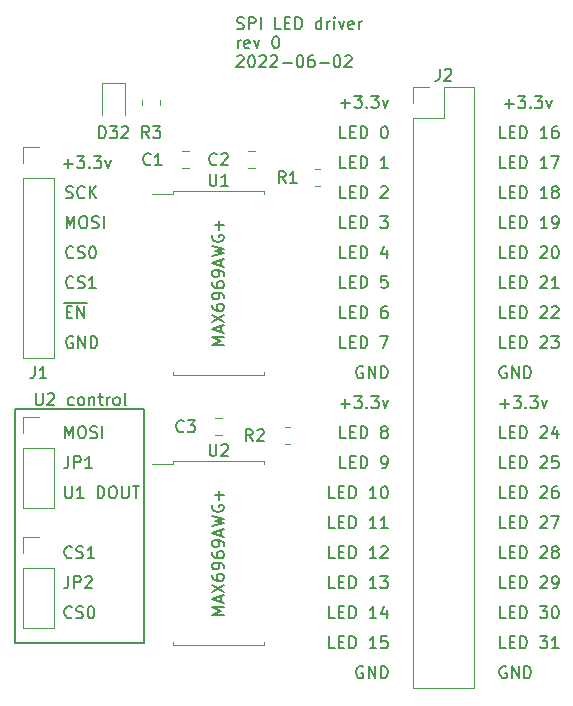
<source format=gto>
G04 #@! TF.GenerationSoftware,KiCad,Pcbnew,6.0.6-3a73a75311~116~ubuntu22.04.1*
G04 #@! TF.CreationDate,2022-06-24T09:32:34-04:00*
G04 #@! TF.ProjectId,led_breakout,6c65645f-6272-4656-916b-6f75742e6b69,0*
G04 #@! TF.SameCoordinates,Original*
G04 #@! TF.FileFunction,Legend,Top*
G04 #@! TF.FilePolarity,Positive*
%FSLAX46Y46*%
G04 Gerber Fmt 4.6, Leading zero omitted, Abs format (unit mm)*
G04 Created by KiCad (PCBNEW 6.0.6-3a73a75311~116~ubuntu22.04.1) date 2022-06-24 09:32:34*
%MOMM*%
%LPD*%
G01*
G04 APERTURE LIST*
%ADD10C,0.150000*%
%ADD11C,0.120000*%
%ADD12C,5.600000*%
%ADD13R,1.700000X1.700000*%
%ADD14O,1.700000X1.700000*%
G04 APERTURE END LIST*
D10*
X138269032Y-99278979D02*
X138269032Y-119090979D01*
X127347032Y-99278979D02*
X138269032Y-99278979D01*
X127347032Y-119090979D02*
X127347032Y-99278979D01*
X138269032Y-119090979D02*
X127347032Y-119090979D01*
X132270436Y-93190979D02*
X132175198Y-93143359D01*
X132032341Y-93143359D01*
X131889484Y-93190979D01*
X131794246Y-93286217D01*
X131746627Y-93381455D01*
X131699008Y-93571931D01*
X131699008Y-93714788D01*
X131746627Y-93905264D01*
X131794246Y-94000502D01*
X131889484Y-94095740D01*
X132032341Y-94143359D01*
X132127579Y-94143359D01*
X132270436Y-94095740D01*
X132318055Y-94048121D01*
X132318055Y-93714788D01*
X132127579Y-93714788D01*
X132746627Y-94143359D02*
X132746627Y-93143359D01*
X133318055Y-94143359D01*
X133318055Y-93143359D01*
X133794246Y-94143359D02*
X133794246Y-93143359D01*
X134032341Y-93143359D01*
X134175198Y-93190979D01*
X134270436Y-93286217D01*
X134318055Y-93381455D01*
X134365674Y-93571931D01*
X134365674Y-93714788D01*
X134318055Y-93905264D01*
X134270436Y-94000502D01*
X134175198Y-94095740D01*
X134032341Y-94143359D01*
X133794246Y-94143359D01*
X168830627Y-73442407D02*
X169592532Y-73442407D01*
X169211579Y-73823359D02*
X169211579Y-73061455D01*
X169973484Y-72823359D02*
X170592532Y-72823359D01*
X170259198Y-73204312D01*
X170402055Y-73204312D01*
X170497293Y-73251931D01*
X170544912Y-73299550D01*
X170592532Y-73394788D01*
X170592532Y-73632883D01*
X170544912Y-73728121D01*
X170497293Y-73775740D01*
X170402055Y-73823359D01*
X170116341Y-73823359D01*
X170021103Y-73775740D01*
X169973484Y-73728121D01*
X171021103Y-73728121D02*
X171068722Y-73775740D01*
X171021103Y-73823359D01*
X170973484Y-73775740D01*
X171021103Y-73728121D01*
X171021103Y-73823359D01*
X171402055Y-72823359D02*
X172021103Y-72823359D01*
X171687770Y-73204312D01*
X171830627Y-73204312D01*
X171925865Y-73251931D01*
X171973484Y-73299550D01*
X172021103Y-73394788D01*
X172021103Y-73632883D01*
X171973484Y-73728121D01*
X171925865Y-73775740D01*
X171830627Y-73823359D01*
X171544912Y-73823359D01*
X171449674Y-73775740D01*
X171402055Y-73728121D01*
X172354436Y-73156693D02*
X172592532Y-73823359D01*
X172830627Y-73156693D01*
X154983674Y-73412407D02*
X155745579Y-73412407D01*
X155364627Y-73793359D02*
X155364627Y-73031455D01*
X156126532Y-72793359D02*
X156745579Y-72793359D01*
X156412246Y-73174312D01*
X156555103Y-73174312D01*
X156650341Y-73221931D01*
X156697960Y-73269550D01*
X156745579Y-73364788D01*
X156745579Y-73602883D01*
X156697960Y-73698121D01*
X156650341Y-73745740D01*
X156555103Y-73793359D01*
X156269389Y-73793359D01*
X156174151Y-73745740D01*
X156126532Y-73698121D01*
X157174151Y-73698121D02*
X157221770Y-73745740D01*
X157174151Y-73793359D01*
X157126532Y-73745740D01*
X157174151Y-73698121D01*
X157174151Y-73793359D01*
X157555103Y-72793359D02*
X158174151Y-72793359D01*
X157840817Y-73174312D01*
X157983674Y-73174312D01*
X158078912Y-73221931D01*
X158126532Y-73269550D01*
X158174151Y-73364788D01*
X158174151Y-73602883D01*
X158126532Y-73698121D01*
X158078912Y-73745740D01*
X157983674Y-73793359D01*
X157697960Y-73793359D01*
X157602722Y-73745740D01*
X157555103Y-73698121D01*
X158507484Y-73126693D02*
X158745579Y-73793359D01*
X158983674Y-73126693D01*
X168925817Y-76363359D02*
X168449627Y-76363359D01*
X168449627Y-75363359D01*
X169259151Y-75839550D02*
X169592484Y-75839550D01*
X169735341Y-76363359D02*
X169259151Y-76363359D01*
X169259151Y-75363359D01*
X169735341Y-75363359D01*
X170163912Y-76363359D02*
X170163912Y-75363359D01*
X170402008Y-75363359D01*
X170544865Y-75410979D01*
X170640103Y-75506217D01*
X170687722Y-75601455D01*
X170735341Y-75791931D01*
X170735341Y-75934788D01*
X170687722Y-76125264D01*
X170640103Y-76220502D01*
X170544865Y-76315740D01*
X170402008Y-76363359D01*
X170163912Y-76363359D01*
X172449627Y-76363359D02*
X171878198Y-76363359D01*
X172163912Y-76363359D02*
X172163912Y-75363359D01*
X172068674Y-75506217D01*
X171973436Y-75601455D01*
X171878198Y-75649074D01*
X173306770Y-75363359D02*
X173116293Y-75363359D01*
X173021055Y-75410979D01*
X172973436Y-75458598D01*
X172878198Y-75601455D01*
X172830579Y-75791931D01*
X172830579Y-76172883D01*
X172878198Y-76268121D01*
X172925817Y-76315740D01*
X173021055Y-76363359D01*
X173211532Y-76363359D01*
X173306770Y-76315740D01*
X173354389Y-76268121D01*
X173402008Y-76172883D01*
X173402008Y-75934788D01*
X173354389Y-75839550D01*
X173306770Y-75791931D01*
X173211532Y-75744312D01*
X173021055Y-75744312D01*
X172925817Y-75791931D01*
X172878198Y-75839550D01*
X172830579Y-75934788D01*
X131508532Y-90320979D02*
X132413293Y-90320979D01*
X131746627Y-91079550D02*
X132079960Y-91079550D01*
X132222817Y-91603359D02*
X131746627Y-91603359D01*
X131746627Y-90603359D01*
X132222817Y-90603359D01*
X132413293Y-90320979D02*
X133460912Y-90320979D01*
X132651389Y-91603359D02*
X132651389Y-90603359D01*
X133222817Y-91603359D01*
X133222817Y-90603359D01*
X132191055Y-116908121D02*
X132143436Y-116955740D01*
X132000579Y-117003359D01*
X131905341Y-117003359D01*
X131762484Y-116955740D01*
X131667246Y-116860502D01*
X131619627Y-116765264D01*
X131572008Y-116574788D01*
X131572008Y-116431931D01*
X131619627Y-116241455D01*
X131667246Y-116146217D01*
X131762484Y-116050979D01*
X131905341Y-116003359D01*
X132000579Y-116003359D01*
X132143436Y-116050979D01*
X132191055Y-116098598D01*
X132572008Y-116955740D02*
X132714865Y-117003359D01*
X132952960Y-117003359D01*
X133048198Y-116955740D01*
X133095817Y-116908121D01*
X133143436Y-116812883D01*
X133143436Y-116717645D01*
X133095817Y-116622407D01*
X133048198Y-116574788D01*
X132952960Y-116527169D01*
X132762484Y-116479550D01*
X132667246Y-116431931D01*
X132619627Y-116384312D01*
X132572008Y-116289074D01*
X132572008Y-116193836D01*
X132619627Y-116098598D01*
X132667246Y-116050979D01*
X132762484Y-116003359D01*
X133000579Y-116003359D01*
X133143436Y-116050979D01*
X133762484Y-116003359D02*
X133857722Y-116003359D01*
X133952960Y-116050979D01*
X134000579Y-116098598D01*
X134048198Y-116193836D01*
X134095817Y-116384312D01*
X134095817Y-116622407D01*
X134048198Y-116812883D01*
X134000579Y-116908121D01*
X133952960Y-116955740D01*
X133857722Y-117003359D01*
X133762484Y-117003359D01*
X133667246Y-116955740D01*
X133619627Y-116908121D01*
X133572008Y-116812883D01*
X133524389Y-116622407D01*
X133524389Y-116384312D01*
X133572008Y-116193836D01*
X133619627Y-116098598D01*
X133667246Y-116050979D01*
X133762484Y-116003359D01*
X168449627Y-98842407D02*
X169211532Y-98842407D01*
X168830579Y-99223359D02*
X168830579Y-98461455D01*
X169592484Y-98223359D02*
X170211532Y-98223359D01*
X169878198Y-98604312D01*
X170021055Y-98604312D01*
X170116293Y-98651931D01*
X170163912Y-98699550D01*
X170211532Y-98794788D01*
X170211532Y-99032883D01*
X170163912Y-99128121D01*
X170116293Y-99175740D01*
X170021055Y-99223359D01*
X169735341Y-99223359D01*
X169640103Y-99175740D01*
X169592484Y-99128121D01*
X170640103Y-99128121D02*
X170687722Y-99175740D01*
X170640103Y-99223359D01*
X170592484Y-99175740D01*
X170640103Y-99128121D01*
X170640103Y-99223359D01*
X171021055Y-98223359D02*
X171640103Y-98223359D01*
X171306770Y-98604312D01*
X171449627Y-98604312D01*
X171544865Y-98651931D01*
X171592484Y-98699550D01*
X171640103Y-98794788D01*
X171640103Y-99032883D01*
X171592484Y-99128121D01*
X171544865Y-99175740D01*
X171449627Y-99223359D01*
X171163912Y-99223359D01*
X171068674Y-99175740D01*
X171021055Y-99128121D01*
X171973436Y-98556693D02*
X172211532Y-99223359D01*
X172449627Y-98556693D01*
X131746627Y-83983359D02*
X131746627Y-82983359D01*
X132079960Y-83697645D01*
X132413293Y-82983359D01*
X132413293Y-83983359D01*
X133079960Y-82983359D02*
X133270436Y-82983359D01*
X133365674Y-83030979D01*
X133460912Y-83126217D01*
X133508532Y-83316693D01*
X133508532Y-83650026D01*
X133460912Y-83840502D01*
X133365674Y-83935740D01*
X133270436Y-83983359D01*
X133079960Y-83983359D01*
X132984722Y-83935740D01*
X132889484Y-83840502D01*
X132841865Y-83650026D01*
X132841865Y-83316693D01*
X132889484Y-83126217D01*
X132984722Y-83030979D01*
X133079960Y-82983359D01*
X133889484Y-83935740D02*
X134032341Y-83983359D01*
X134270436Y-83983359D01*
X134365674Y-83935740D01*
X134413293Y-83888121D01*
X134460912Y-83792883D01*
X134460912Y-83697645D01*
X134413293Y-83602407D01*
X134365674Y-83554788D01*
X134270436Y-83507169D01*
X134079960Y-83459550D01*
X133984722Y-83411931D01*
X133937103Y-83364312D01*
X133889484Y-83269074D01*
X133889484Y-83173836D01*
X133937103Y-83078598D01*
X133984722Y-83030979D01*
X134079960Y-82983359D01*
X134318055Y-82983359D01*
X134460912Y-83030979D01*
X134889484Y-83983359D02*
X134889484Y-82983359D01*
X156840817Y-121130979D02*
X156745579Y-121083359D01*
X156602722Y-121083359D01*
X156459865Y-121130979D01*
X156364627Y-121226217D01*
X156317008Y-121321455D01*
X156269389Y-121511931D01*
X156269389Y-121654788D01*
X156317008Y-121845264D01*
X156364627Y-121940502D01*
X156459865Y-122035740D01*
X156602722Y-122083359D01*
X156697960Y-122083359D01*
X156840817Y-122035740D01*
X156888436Y-121988121D01*
X156888436Y-121654788D01*
X156697960Y-121654788D01*
X157317008Y-122083359D02*
X157317008Y-121083359D01*
X157888436Y-122083359D01*
X157888436Y-121083359D01*
X158364627Y-122083359D02*
X158364627Y-121083359D01*
X158602722Y-121083359D01*
X158745579Y-121130979D01*
X158840817Y-121226217D01*
X158888436Y-121321455D01*
X158936055Y-121511931D01*
X158936055Y-121654788D01*
X158888436Y-121845264D01*
X158840817Y-121940502D01*
X158745579Y-122035740D01*
X158602722Y-122083359D01*
X158364627Y-122083359D01*
X154983674Y-98842407D02*
X155745579Y-98842407D01*
X155364627Y-99223359D02*
X155364627Y-98461455D01*
X156126532Y-98223359D02*
X156745579Y-98223359D01*
X156412246Y-98604312D01*
X156555103Y-98604312D01*
X156650341Y-98651931D01*
X156697960Y-98699550D01*
X156745579Y-98794788D01*
X156745579Y-99032883D01*
X156697960Y-99128121D01*
X156650341Y-99175740D01*
X156555103Y-99223359D01*
X156269389Y-99223359D01*
X156174151Y-99175740D01*
X156126532Y-99128121D01*
X157174151Y-99128121D02*
X157221770Y-99175740D01*
X157174151Y-99223359D01*
X157126532Y-99175740D01*
X157174151Y-99128121D01*
X157174151Y-99223359D01*
X157555103Y-98223359D02*
X158174151Y-98223359D01*
X157840817Y-98604312D01*
X157983674Y-98604312D01*
X158078912Y-98651931D01*
X158126532Y-98699550D01*
X158174151Y-98794788D01*
X158174151Y-99032883D01*
X158126532Y-99128121D01*
X158078912Y-99175740D01*
X157983674Y-99223359D01*
X157697960Y-99223359D01*
X157602722Y-99175740D01*
X157555103Y-99128121D01*
X158507484Y-98556693D02*
X158745579Y-99223359D01*
X158983674Y-98556693D01*
X154459865Y-114463359D02*
X153983674Y-114463359D01*
X153983674Y-113463359D01*
X154793198Y-113939550D02*
X155126532Y-113939550D01*
X155269389Y-114463359D02*
X154793198Y-114463359D01*
X154793198Y-113463359D01*
X155269389Y-113463359D01*
X155697960Y-114463359D02*
X155697960Y-113463359D01*
X155936055Y-113463359D01*
X156078912Y-113510979D01*
X156174151Y-113606217D01*
X156221770Y-113701455D01*
X156269389Y-113891931D01*
X156269389Y-114034788D01*
X156221770Y-114225264D01*
X156174151Y-114320502D01*
X156078912Y-114415740D01*
X155936055Y-114463359D01*
X155697960Y-114463359D01*
X157983674Y-114463359D02*
X157412246Y-114463359D01*
X157697960Y-114463359D02*
X157697960Y-113463359D01*
X157602722Y-113606217D01*
X157507484Y-113701455D01*
X157412246Y-113749074D01*
X158317008Y-113463359D02*
X158936055Y-113463359D01*
X158602722Y-113844312D01*
X158745579Y-113844312D01*
X158840817Y-113891931D01*
X158888436Y-113939550D01*
X158936055Y-114034788D01*
X158936055Y-114272883D01*
X158888436Y-114368121D01*
X158840817Y-114415740D01*
X158745579Y-114463359D01*
X158459865Y-114463359D01*
X158364627Y-114415740D01*
X158317008Y-114368121D01*
X131699008Y-81395740D02*
X131841865Y-81443359D01*
X132079960Y-81443359D01*
X132175198Y-81395740D01*
X132222817Y-81348121D01*
X132270436Y-81252883D01*
X132270436Y-81157645D01*
X132222817Y-81062407D01*
X132175198Y-81014788D01*
X132079960Y-80967169D01*
X131889484Y-80919550D01*
X131794246Y-80871931D01*
X131746627Y-80824312D01*
X131699008Y-80729074D01*
X131699008Y-80633836D01*
X131746627Y-80538598D01*
X131794246Y-80490979D01*
X131889484Y-80443359D01*
X132127579Y-80443359D01*
X132270436Y-80490979D01*
X133270436Y-81348121D02*
X133222817Y-81395740D01*
X133079960Y-81443359D01*
X132984722Y-81443359D01*
X132841865Y-81395740D01*
X132746627Y-81300502D01*
X132699008Y-81205264D01*
X132651389Y-81014788D01*
X132651389Y-80871931D01*
X132699008Y-80681455D01*
X132746627Y-80586217D01*
X132841865Y-80490979D01*
X132984722Y-80443359D01*
X133079960Y-80443359D01*
X133222817Y-80490979D01*
X133270436Y-80538598D01*
X133699008Y-81443359D02*
X133699008Y-80443359D01*
X134270436Y-81443359D02*
X133841865Y-80871931D01*
X134270436Y-80443359D02*
X133699008Y-81014788D01*
X129149317Y-97969359D02*
X129149317Y-98778883D01*
X129196936Y-98874121D01*
X129244555Y-98921740D01*
X129339793Y-98969359D01*
X129530270Y-98969359D01*
X129625508Y-98921740D01*
X129673127Y-98874121D01*
X129720746Y-98778883D01*
X129720746Y-97969359D01*
X130149317Y-98064598D02*
X130196936Y-98016979D01*
X130292174Y-97969359D01*
X130530270Y-97969359D01*
X130625508Y-98016979D01*
X130673127Y-98064598D01*
X130720746Y-98159836D01*
X130720746Y-98255074D01*
X130673127Y-98397931D01*
X130101698Y-98969359D01*
X130720746Y-98969359D01*
X132339793Y-98921740D02*
X132244555Y-98969359D01*
X132054079Y-98969359D01*
X131958841Y-98921740D01*
X131911222Y-98874121D01*
X131863603Y-98778883D01*
X131863603Y-98493169D01*
X131911222Y-98397931D01*
X131958841Y-98350312D01*
X132054079Y-98302693D01*
X132244555Y-98302693D01*
X132339793Y-98350312D01*
X132911222Y-98969359D02*
X132815984Y-98921740D01*
X132768365Y-98874121D01*
X132720746Y-98778883D01*
X132720746Y-98493169D01*
X132768365Y-98397931D01*
X132815984Y-98350312D01*
X132911222Y-98302693D01*
X133054079Y-98302693D01*
X133149317Y-98350312D01*
X133196936Y-98397931D01*
X133244555Y-98493169D01*
X133244555Y-98778883D01*
X133196936Y-98874121D01*
X133149317Y-98921740D01*
X133054079Y-98969359D01*
X132911222Y-98969359D01*
X133673127Y-98302693D02*
X133673127Y-98969359D01*
X133673127Y-98397931D02*
X133720746Y-98350312D01*
X133815984Y-98302693D01*
X133958841Y-98302693D01*
X134054079Y-98350312D01*
X134101698Y-98445550D01*
X134101698Y-98969359D01*
X134435032Y-98302693D02*
X134815984Y-98302693D01*
X134577889Y-97969359D02*
X134577889Y-98826502D01*
X134625508Y-98921740D01*
X134720746Y-98969359D01*
X134815984Y-98969359D01*
X135149317Y-98969359D02*
X135149317Y-98302693D01*
X135149317Y-98493169D02*
X135196936Y-98397931D01*
X135244555Y-98350312D01*
X135339793Y-98302693D01*
X135435032Y-98302693D01*
X135911222Y-98969359D02*
X135815984Y-98921740D01*
X135768365Y-98874121D01*
X135720746Y-98778883D01*
X135720746Y-98493169D01*
X135768365Y-98397931D01*
X135815984Y-98350312D01*
X135911222Y-98302693D01*
X136054079Y-98302693D01*
X136149317Y-98350312D01*
X136196936Y-98397931D01*
X136244555Y-98493169D01*
X136244555Y-98778883D01*
X136196936Y-98874121D01*
X136149317Y-98921740D01*
X136054079Y-98969359D01*
X135911222Y-98969359D01*
X136815984Y-98969359D02*
X136720746Y-98921740D01*
X136673127Y-98826502D01*
X136673127Y-97969359D01*
X168925817Y-89063359D02*
X168449627Y-89063359D01*
X168449627Y-88063359D01*
X169259151Y-88539550D02*
X169592484Y-88539550D01*
X169735341Y-89063359D02*
X169259151Y-89063359D01*
X169259151Y-88063359D01*
X169735341Y-88063359D01*
X170163912Y-89063359D02*
X170163912Y-88063359D01*
X170402008Y-88063359D01*
X170544865Y-88110979D01*
X170640103Y-88206217D01*
X170687722Y-88301455D01*
X170735341Y-88491931D01*
X170735341Y-88634788D01*
X170687722Y-88825264D01*
X170640103Y-88920502D01*
X170544865Y-89015740D01*
X170402008Y-89063359D01*
X170163912Y-89063359D01*
X171878198Y-88158598D02*
X171925817Y-88110979D01*
X172021055Y-88063359D01*
X172259151Y-88063359D01*
X172354389Y-88110979D01*
X172402008Y-88158598D01*
X172449627Y-88253836D01*
X172449627Y-88349074D01*
X172402008Y-88491931D01*
X171830579Y-89063359D01*
X172449627Y-89063359D01*
X173402008Y-89063359D02*
X172830579Y-89063359D01*
X173116293Y-89063359D02*
X173116293Y-88063359D01*
X173021055Y-88206217D01*
X172925817Y-88301455D01*
X172830579Y-88349074D01*
X155412246Y-86523359D02*
X154936055Y-86523359D01*
X154936055Y-85523359D01*
X155745579Y-85999550D02*
X156078912Y-85999550D01*
X156221770Y-86523359D02*
X155745579Y-86523359D01*
X155745579Y-85523359D01*
X156221770Y-85523359D01*
X156650341Y-86523359D02*
X156650341Y-85523359D01*
X156888436Y-85523359D01*
X157031293Y-85570979D01*
X157126532Y-85666217D01*
X157174151Y-85761455D01*
X157221770Y-85951931D01*
X157221770Y-86094788D01*
X157174151Y-86285264D01*
X157126532Y-86380502D01*
X157031293Y-86475740D01*
X156888436Y-86523359D01*
X156650341Y-86523359D01*
X158840817Y-85856693D02*
X158840817Y-86523359D01*
X158602722Y-85475740D02*
X158364627Y-86190026D01*
X158983674Y-86190026D01*
X145071412Y-116732883D02*
X144071412Y-116732883D01*
X144785698Y-116399550D01*
X144071412Y-116066217D01*
X145071412Y-116066217D01*
X144785698Y-115637645D02*
X144785698Y-115161455D01*
X145071412Y-115732883D02*
X144071412Y-115399550D01*
X145071412Y-115066217D01*
X144071412Y-114828121D02*
X145071412Y-114161455D01*
X144071412Y-114161455D02*
X145071412Y-114828121D01*
X144071412Y-113351931D02*
X144071412Y-113542407D01*
X144119032Y-113637645D01*
X144166651Y-113685264D01*
X144309508Y-113780502D01*
X144499984Y-113828121D01*
X144880936Y-113828121D01*
X144976174Y-113780502D01*
X145023793Y-113732883D01*
X145071412Y-113637645D01*
X145071412Y-113447169D01*
X145023793Y-113351931D01*
X144976174Y-113304312D01*
X144880936Y-113256693D01*
X144642841Y-113256693D01*
X144547603Y-113304312D01*
X144499984Y-113351931D01*
X144452365Y-113447169D01*
X144452365Y-113637645D01*
X144499984Y-113732883D01*
X144547603Y-113780502D01*
X144642841Y-113828121D01*
X145071412Y-112780502D02*
X145071412Y-112590026D01*
X145023793Y-112494788D01*
X144976174Y-112447169D01*
X144833317Y-112351931D01*
X144642841Y-112304312D01*
X144261889Y-112304312D01*
X144166651Y-112351931D01*
X144119032Y-112399550D01*
X144071412Y-112494788D01*
X144071412Y-112685264D01*
X144119032Y-112780502D01*
X144166651Y-112828121D01*
X144261889Y-112875740D01*
X144499984Y-112875740D01*
X144595222Y-112828121D01*
X144642841Y-112780502D01*
X144690460Y-112685264D01*
X144690460Y-112494788D01*
X144642841Y-112399550D01*
X144595222Y-112351931D01*
X144499984Y-112304312D01*
X144071412Y-111447169D02*
X144071412Y-111637645D01*
X144119032Y-111732883D01*
X144166651Y-111780502D01*
X144309508Y-111875740D01*
X144499984Y-111923359D01*
X144880936Y-111923359D01*
X144976174Y-111875740D01*
X145023793Y-111828121D01*
X145071412Y-111732883D01*
X145071412Y-111542407D01*
X145023793Y-111447169D01*
X144976174Y-111399550D01*
X144880936Y-111351931D01*
X144642841Y-111351931D01*
X144547603Y-111399550D01*
X144499984Y-111447169D01*
X144452365Y-111542407D01*
X144452365Y-111732883D01*
X144499984Y-111828121D01*
X144547603Y-111875740D01*
X144642841Y-111923359D01*
X145071412Y-110875740D02*
X145071412Y-110685264D01*
X145023793Y-110590026D01*
X144976174Y-110542407D01*
X144833317Y-110447169D01*
X144642841Y-110399550D01*
X144261889Y-110399550D01*
X144166651Y-110447169D01*
X144119032Y-110494788D01*
X144071412Y-110590026D01*
X144071412Y-110780502D01*
X144119032Y-110875740D01*
X144166651Y-110923359D01*
X144261889Y-110970979D01*
X144499984Y-110970979D01*
X144595222Y-110923359D01*
X144642841Y-110875740D01*
X144690460Y-110780502D01*
X144690460Y-110590026D01*
X144642841Y-110494788D01*
X144595222Y-110447169D01*
X144499984Y-110399550D01*
X144785698Y-110018598D02*
X144785698Y-109542407D01*
X145071412Y-110113836D02*
X144071412Y-109780502D01*
X145071412Y-109447169D01*
X144071412Y-109209074D02*
X145071412Y-108970979D01*
X144357127Y-108780502D01*
X145071412Y-108590026D01*
X144071412Y-108351931D01*
X144119032Y-107447169D02*
X144071412Y-107542407D01*
X144071412Y-107685264D01*
X144119032Y-107828121D01*
X144214270Y-107923359D01*
X144309508Y-107970979D01*
X144499984Y-108018598D01*
X144642841Y-108018598D01*
X144833317Y-107970979D01*
X144928555Y-107923359D01*
X145023793Y-107828121D01*
X145071412Y-107685264D01*
X145071412Y-107590026D01*
X145023793Y-107447169D01*
X144976174Y-107399550D01*
X144642841Y-107399550D01*
X144642841Y-107590026D01*
X144690460Y-106970979D02*
X144690460Y-106209074D01*
X145071412Y-106590026D02*
X144309508Y-106590026D01*
X146177008Y-67085740D02*
X146319865Y-67133359D01*
X146557960Y-67133359D01*
X146653198Y-67085740D01*
X146700817Y-67038121D01*
X146748436Y-66942883D01*
X146748436Y-66847645D01*
X146700817Y-66752407D01*
X146653198Y-66704788D01*
X146557960Y-66657169D01*
X146367484Y-66609550D01*
X146272246Y-66561931D01*
X146224627Y-66514312D01*
X146177008Y-66419074D01*
X146177008Y-66323836D01*
X146224627Y-66228598D01*
X146272246Y-66180979D01*
X146367484Y-66133359D01*
X146605579Y-66133359D01*
X146748436Y-66180979D01*
X147177008Y-67133359D02*
X147177008Y-66133359D01*
X147557960Y-66133359D01*
X147653198Y-66180979D01*
X147700817Y-66228598D01*
X147748436Y-66323836D01*
X147748436Y-66466693D01*
X147700817Y-66561931D01*
X147653198Y-66609550D01*
X147557960Y-66657169D01*
X147177008Y-66657169D01*
X148177008Y-67133359D02*
X148177008Y-66133359D01*
X149891293Y-67133359D02*
X149415103Y-67133359D01*
X149415103Y-66133359D01*
X150224627Y-66609550D02*
X150557960Y-66609550D01*
X150700817Y-67133359D02*
X150224627Y-67133359D01*
X150224627Y-66133359D01*
X150700817Y-66133359D01*
X151129389Y-67133359D02*
X151129389Y-66133359D01*
X151367484Y-66133359D01*
X151510341Y-66180979D01*
X151605579Y-66276217D01*
X151653198Y-66371455D01*
X151700817Y-66561931D01*
X151700817Y-66704788D01*
X151653198Y-66895264D01*
X151605579Y-66990502D01*
X151510341Y-67085740D01*
X151367484Y-67133359D01*
X151129389Y-67133359D01*
X153319865Y-67133359D02*
X153319865Y-66133359D01*
X153319865Y-67085740D02*
X153224627Y-67133359D01*
X153034151Y-67133359D01*
X152938912Y-67085740D01*
X152891293Y-67038121D01*
X152843674Y-66942883D01*
X152843674Y-66657169D01*
X152891293Y-66561931D01*
X152938912Y-66514312D01*
X153034151Y-66466693D01*
X153224627Y-66466693D01*
X153319865Y-66514312D01*
X153796055Y-67133359D02*
X153796055Y-66466693D01*
X153796055Y-66657169D02*
X153843674Y-66561931D01*
X153891293Y-66514312D01*
X153986532Y-66466693D01*
X154081770Y-66466693D01*
X154415103Y-67133359D02*
X154415103Y-66466693D01*
X154415103Y-66133359D02*
X154367484Y-66180979D01*
X154415103Y-66228598D01*
X154462722Y-66180979D01*
X154415103Y-66133359D01*
X154415103Y-66228598D01*
X154796055Y-66466693D02*
X155034151Y-67133359D01*
X155272246Y-66466693D01*
X156034151Y-67085740D02*
X155938912Y-67133359D01*
X155748436Y-67133359D01*
X155653198Y-67085740D01*
X155605579Y-66990502D01*
X155605579Y-66609550D01*
X155653198Y-66514312D01*
X155748436Y-66466693D01*
X155938912Y-66466693D01*
X156034151Y-66514312D01*
X156081770Y-66609550D01*
X156081770Y-66704788D01*
X155605579Y-66800026D01*
X156510341Y-67133359D02*
X156510341Y-66466693D01*
X156510341Y-66657169D02*
X156557960Y-66561931D01*
X156605579Y-66514312D01*
X156700817Y-66466693D01*
X156796055Y-66466693D01*
X146224627Y-68743359D02*
X146224627Y-68076693D01*
X146224627Y-68267169D02*
X146272246Y-68171931D01*
X146319865Y-68124312D01*
X146415103Y-68076693D01*
X146510341Y-68076693D01*
X147224627Y-68695740D02*
X147129389Y-68743359D01*
X146938912Y-68743359D01*
X146843674Y-68695740D01*
X146796055Y-68600502D01*
X146796055Y-68219550D01*
X146843674Y-68124312D01*
X146938912Y-68076693D01*
X147129389Y-68076693D01*
X147224627Y-68124312D01*
X147272246Y-68219550D01*
X147272246Y-68314788D01*
X146796055Y-68410026D01*
X147605579Y-68076693D02*
X147843674Y-68743359D01*
X148081770Y-68076693D01*
X149415103Y-67743359D02*
X149510341Y-67743359D01*
X149605579Y-67790979D01*
X149653198Y-67838598D01*
X149700817Y-67933836D01*
X149748436Y-68124312D01*
X149748436Y-68362407D01*
X149700817Y-68552883D01*
X149653198Y-68648121D01*
X149605579Y-68695740D01*
X149510341Y-68743359D01*
X149415103Y-68743359D01*
X149319865Y-68695740D01*
X149272246Y-68648121D01*
X149224627Y-68552883D01*
X149177008Y-68362407D01*
X149177008Y-68124312D01*
X149224627Y-67933836D01*
X149272246Y-67838598D01*
X149319865Y-67790979D01*
X149415103Y-67743359D01*
X146177008Y-69448598D02*
X146224627Y-69400979D01*
X146319865Y-69353359D01*
X146557960Y-69353359D01*
X146653198Y-69400979D01*
X146700817Y-69448598D01*
X146748436Y-69543836D01*
X146748436Y-69639074D01*
X146700817Y-69781931D01*
X146129389Y-70353359D01*
X146748436Y-70353359D01*
X147367484Y-69353359D02*
X147462722Y-69353359D01*
X147557960Y-69400979D01*
X147605579Y-69448598D01*
X147653198Y-69543836D01*
X147700817Y-69734312D01*
X147700817Y-69972407D01*
X147653198Y-70162883D01*
X147605579Y-70258121D01*
X147557960Y-70305740D01*
X147462722Y-70353359D01*
X147367484Y-70353359D01*
X147272246Y-70305740D01*
X147224627Y-70258121D01*
X147177008Y-70162883D01*
X147129389Y-69972407D01*
X147129389Y-69734312D01*
X147177008Y-69543836D01*
X147224627Y-69448598D01*
X147272246Y-69400979D01*
X147367484Y-69353359D01*
X148081770Y-69448598D02*
X148129389Y-69400979D01*
X148224627Y-69353359D01*
X148462722Y-69353359D01*
X148557960Y-69400979D01*
X148605579Y-69448598D01*
X148653198Y-69543836D01*
X148653198Y-69639074D01*
X148605579Y-69781931D01*
X148034151Y-70353359D01*
X148653198Y-70353359D01*
X149034151Y-69448598D02*
X149081770Y-69400979D01*
X149177008Y-69353359D01*
X149415103Y-69353359D01*
X149510341Y-69400979D01*
X149557960Y-69448598D01*
X149605579Y-69543836D01*
X149605579Y-69639074D01*
X149557960Y-69781931D01*
X148986532Y-70353359D01*
X149605579Y-70353359D01*
X150034151Y-69972407D02*
X150796055Y-69972407D01*
X151462722Y-69353359D02*
X151557960Y-69353359D01*
X151653198Y-69400979D01*
X151700817Y-69448598D01*
X151748436Y-69543836D01*
X151796055Y-69734312D01*
X151796055Y-69972407D01*
X151748436Y-70162883D01*
X151700817Y-70258121D01*
X151653198Y-70305740D01*
X151557960Y-70353359D01*
X151462722Y-70353359D01*
X151367484Y-70305740D01*
X151319865Y-70258121D01*
X151272246Y-70162883D01*
X151224627Y-69972407D01*
X151224627Y-69734312D01*
X151272246Y-69543836D01*
X151319865Y-69448598D01*
X151367484Y-69400979D01*
X151462722Y-69353359D01*
X152653198Y-69353359D02*
X152462722Y-69353359D01*
X152367484Y-69400979D01*
X152319865Y-69448598D01*
X152224627Y-69591455D01*
X152177008Y-69781931D01*
X152177008Y-70162883D01*
X152224627Y-70258121D01*
X152272246Y-70305740D01*
X152367484Y-70353359D01*
X152557960Y-70353359D01*
X152653198Y-70305740D01*
X152700817Y-70258121D01*
X152748436Y-70162883D01*
X152748436Y-69924788D01*
X152700817Y-69829550D01*
X152653198Y-69781931D01*
X152557960Y-69734312D01*
X152367484Y-69734312D01*
X152272246Y-69781931D01*
X152224627Y-69829550D01*
X152177008Y-69924788D01*
X153177008Y-69972407D02*
X153938912Y-69972407D01*
X154605579Y-69353359D02*
X154700817Y-69353359D01*
X154796055Y-69400979D01*
X154843674Y-69448598D01*
X154891293Y-69543836D01*
X154938912Y-69734312D01*
X154938912Y-69972407D01*
X154891293Y-70162883D01*
X154843674Y-70258121D01*
X154796055Y-70305740D01*
X154700817Y-70353359D01*
X154605579Y-70353359D01*
X154510341Y-70305740D01*
X154462722Y-70258121D01*
X154415103Y-70162883D01*
X154367484Y-69972407D01*
X154367484Y-69734312D01*
X154415103Y-69543836D01*
X154462722Y-69448598D01*
X154510341Y-69400979D01*
X154605579Y-69353359D01*
X155319865Y-69448598D02*
X155367484Y-69400979D01*
X155462722Y-69353359D01*
X155700817Y-69353359D01*
X155796055Y-69400979D01*
X155843674Y-69448598D01*
X155891293Y-69543836D01*
X155891293Y-69639074D01*
X155843674Y-69781931D01*
X155272246Y-70353359D01*
X155891293Y-70353359D01*
X155412246Y-76363359D02*
X154936055Y-76363359D01*
X154936055Y-75363359D01*
X155745579Y-75839550D02*
X156078912Y-75839550D01*
X156221770Y-76363359D02*
X155745579Y-76363359D01*
X155745579Y-75363359D01*
X156221770Y-75363359D01*
X156650341Y-76363359D02*
X156650341Y-75363359D01*
X156888436Y-75363359D01*
X157031293Y-75410979D01*
X157126532Y-75506217D01*
X157174151Y-75601455D01*
X157221770Y-75791931D01*
X157221770Y-75934788D01*
X157174151Y-76125264D01*
X157126532Y-76220502D01*
X157031293Y-76315740D01*
X156888436Y-76363359D01*
X156650341Y-76363359D01*
X158602722Y-75363359D02*
X158697960Y-75363359D01*
X158793198Y-75410979D01*
X158840817Y-75458598D01*
X158888436Y-75553836D01*
X158936055Y-75744312D01*
X158936055Y-75982407D01*
X158888436Y-76172883D01*
X158840817Y-76268121D01*
X158793198Y-76315740D01*
X158697960Y-76363359D01*
X158602722Y-76363359D01*
X158507484Y-76315740D01*
X158459865Y-76268121D01*
X158412246Y-76172883D01*
X158364627Y-75982407D01*
X158364627Y-75744312D01*
X158412246Y-75553836D01*
X158459865Y-75458598D01*
X158507484Y-75410979D01*
X158602722Y-75363359D01*
X131619627Y-105843359D02*
X131619627Y-106652883D01*
X131667246Y-106748121D01*
X131714865Y-106795740D01*
X131810103Y-106843359D01*
X132000579Y-106843359D01*
X132095817Y-106795740D01*
X132143436Y-106748121D01*
X132191055Y-106652883D01*
X132191055Y-105843359D01*
X133191055Y-106843359D02*
X132619627Y-106843359D01*
X132905341Y-106843359D02*
X132905341Y-105843359D01*
X132810103Y-105986217D01*
X132714865Y-106081455D01*
X132619627Y-106129074D01*
X134381532Y-106843359D02*
X134381532Y-105843359D01*
X134619627Y-105843359D01*
X134762484Y-105890979D01*
X134857722Y-105986217D01*
X134905341Y-106081455D01*
X134952960Y-106271931D01*
X134952960Y-106414788D01*
X134905341Y-106605264D01*
X134857722Y-106700502D01*
X134762484Y-106795740D01*
X134619627Y-106843359D01*
X134381532Y-106843359D01*
X135572008Y-105843359D02*
X135762484Y-105843359D01*
X135857722Y-105890979D01*
X135952960Y-105986217D01*
X136000579Y-106176693D01*
X136000579Y-106510026D01*
X135952960Y-106700502D01*
X135857722Y-106795740D01*
X135762484Y-106843359D01*
X135572008Y-106843359D01*
X135476770Y-106795740D01*
X135381532Y-106700502D01*
X135333912Y-106510026D01*
X135333912Y-106176693D01*
X135381532Y-105986217D01*
X135476770Y-105890979D01*
X135572008Y-105843359D01*
X136429151Y-105843359D02*
X136429151Y-106652883D01*
X136476770Y-106748121D01*
X136524389Y-106795740D01*
X136619627Y-106843359D01*
X136810103Y-106843359D01*
X136905341Y-106795740D01*
X136952960Y-106748121D01*
X137000579Y-106652883D01*
X137000579Y-105843359D01*
X137333912Y-105843359D02*
X137905341Y-105843359D01*
X137619627Y-106843359D02*
X137619627Y-105843359D01*
X154459865Y-119543359D02*
X153983674Y-119543359D01*
X153983674Y-118543359D01*
X154793198Y-119019550D02*
X155126532Y-119019550D01*
X155269389Y-119543359D02*
X154793198Y-119543359D01*
X154793198Y-118543359D01*
X155269389Y-118543359D01*
X155697960Y-119543359D02*
X155697960Y-118543359D01*
X155936055Y-118543359D01*
X156078912Y-118590979D01*
X156174151Y-118686217D01*
X156221770Y-118781455D01*
X156269389Y-118971931D01*
X156269389Y-119114788D01*
X156221770Y-119305264D01*
X156174151Y-119400502D01*
X156078912Y-119495740D01*
X155936055Y-119543359D01*
X155697960Y-119543359D01*
X157983674Y-119543359D02*
X157412246Y-119543359D01*
X157697960Y-119543359D02*
X157697960Y-118543359D01*
X157602722Y-118686217D01*
X157507484Y-118781455D01*
X157412246Y-118829074D01*
X158888436Y-118543359D02*
X158412246Y-118543359D01*
X158364627Y-119019550D01*
X158412246Y-118971931D01*
X158507484Y-118924312D01*
X158745579Y-118924312D01*
X158840817Y-118971931D01*
X158888436Y-119019550D01*
X158936055Y-119114788D01*
X158936055Y-119352883D01*
X158888436Y-119448121D01*
X158840817Y-119495740D01*
X158745579Y-119543359D01*
X158507484Y-119543359D01*
X158412246Y-119495740D01*
X158364627Y-119448121D01*
X168925817Y-81443359D02*
X168449627Y-81443359D01*
X168449627Y-80443359D01*
X169259151Y-80919550D02*
X169592484Y-80919550D01*
X169735341Y-81443359D02*
X169259151Y-81443359D01*
X169259151Y-80443359D01*
X169735341Y-80443359D01*
X170163912Y-81443359D02*
X170163912Y-80443359D01*
X170402008Y-80443359D01*
X170544865Y-80490979D01*
X170640103Y-80586217D01*
X170687722Y-80681455D01*
X170735341Y-80871931D01*
X170735341Y-81014788D01*
X170687722Y-81205264D01*
X170640103Y-81300502D01*
X170544865Y-81395740D01*
X170402008Y-81443359D01*
X170163912Y-81443359D01*
X172449627Y-81443359D02*
X171878198Y-81443359D01*
X172163912Y-81443359D02*
X172163912Y-80443359D01*
X172068674Y-80586217D01*
X171973436Y-80681455D01*
X171878198Y-80729074D01*
X173021055Y-80871931D02*
X172925817Y-80824312D01*
X172878198Y-80776693D01*
X172830579Y-80681455D01*
X172830579Y-80633836D01*
X172878198Y-80538598D01*
X172925817Y-80490979D01*
X173021055Y-80443359D01*
X173211532Y-80443359D01*
X173306770Y-80490979D01*
X173354389Y-80538598D01*
X173402008Y-80633836D01*
X173402008Y-80681455D01*
X173354389Y-80776693D01*
X173306770Y-80824312D01*
X173211532Y-80871931D01*
X173021055Y-80871931D01*
X172925817Y-80919550D01*
X172878198Y-80967169D01*
X172830579Y-81062407D01*
X172830579Y-81252883D01*
X172878198Y-81348121D01*
X172925817Y-81395740D01*
X173021055Y-81443359D01*
X173211532Y-81443359D01*
X173306770Y-81395740D01*
X173354389Y-81348121D01*
X173402008Y-81252883D01*
X173402008Y-81062407D01*
X173354389Y-80967169D01*
X173306770Y-80919550D01*
X173211532Y-80871931D01*
X155412246Y-94143359D02*
X154936055Y-94143359D01*
X154936055Y-93143359D01*
X155745579Y-93619550D02*
X156078912Y-93619550D01*
X156221770Y-94143359D02*
X155745579Y-94143359D01*
X155745579Y-93143359D01*
X156221770Y-93143359D01*
X156650341Y-94143359D02*
X156650341Y-93143359D01*
X156888436Y-93143359D01*
X157031293Y-93190979D01*
X157126532Y-93286217D01*
X157174151Y-93381455D01*
X157221770Y-93571931D01*
X157221770Y-93714788D01*
X157174151Y-93905264D01*
X157126532Y-94000502D01*
X157031293Y-94095740D01*
X156888436Y-94143359D01*
X156650341Y-94143359D01*
X158317008Y-93143359D02*
X158983674Y-93143359D01*
X158555103Y-94143359D01*
X168925817Y-91603359D02*
X168449627Y-91603359D01*
X168449627Y-90603359D01*
X169259151Y-91079550D02*
X169592484Y-91079550D01*
X169735341Y-91603359D02*
X169259151Y-91603359D01*
X169259151Y-90603359D01*
X169735341Y-90603359D01*
X170163912Y-91603359D02*
X170163912Y-90603359D01*
X170402008Y-90603359D01*
X170544865Y-90650979D01*
X170640103Y-90746217D01*
X170687722Y-90841455D01*
X170735341Y-91031931D01*
X170735341Y-91174788D01*
X170687722Y-91365264D01*
X170640103Y-91460502D01*
X170544865Y-91555740D01*
X170402008Y-91603359D01*
X170163912Y-91603359D01*
X171878198Y-90698598D02*
X171925817Y-90650979D01*
X172021055Y-90603359D01*
X172259151Y-90603359D01*
X172354389Y-90650979D01*
X172402008Y-90698598D01*
X172449627Y-90793836D01*
X172449627Y-90889074D01*
X172402008Y-91031931D01*
X171830579Y-91603359D01*
X172449627Y-91603359D01*
X172830579Y-90698598D02*
X172878198Y-90650979D01*
X172973436Y-90603359D01*
X173211532Y-90603359D01*
X173306770Y-90650979D01*
X173354389Y-90698598D01*
X173402008Y-90793836D01*
X173402008Y-90889074D01*
X173354389Y-91031931D01*
X172782960Y-91603359D01*
X173402008Y-91603359D01*
X155412246Y-89034496D02*
X154936055Y-89034496D01*
X154936055Y-88034496D01*
X155745579Y-88510687D02*
X156078912Y-88510687D01*
X156221770Y-89034496D02*
X155745579Y-89034496D01*
X155745579Y-88034496D01*
X156221770Y-88034496D01*
X156650341Y-89034496D02*
X156650341Y-88034496D01*
X156888436Y-88034496D01*
X157031293Y-88082116D01*
X157126532Y-88177354D01*
X157174151Y-88272592D01*
X157221770Y-88463068D01*
X157221770Y-88605925D01*
X157174151Y-88796401D01*
X157126532Y-88891639D01*
X157031293Y-88986877D01*
X156888436Y-89034496D01*
X156650341Y-89034496D01*
X158888436Y-88034496D02*
X158412246Y-88034496D01*
X158364627Y-88510687D01*
X158412246Y-88463068D01*
X158507484Y-88415449D01*
X158745579Y-88415449D01*
X158840817Y-88463068D01*
X158888436Y-88510687D01*
X158936055Y-88605925D01*
X158936055Y-88844020D01*
X158888436Y-88939258D01*
X158840817Y-88986877D01*
X158745579Y-89034496D01*
X158507484Y-89034496D01*
X158412246Y-88986877D01*
X158364627Y-88939258D01*
X168973436Y-121130979D02*
X168878198Y-121083359D01*
X168735341Y-121083359D01*
X168592484Y-121130979D01*
X168497246Y-121226217D01*
X168449627Y-121321455D01*
X168402008Y-121511931D01*
X168402008Y-121654788D01*
X168449627Y-121845264D01*
X168497246Y-121940502D01*
X168592484Y-122035740D01*
X168735341Y-122083359D01*
X168830579Y-122083359D01*
X168973436Y-122035740D01*
X169021055Y-121988121D01*
X169021055Y-121654788D01*
X168830579Y-121654788D01*
X169449627Y-122083359D02*
X169449627Y-121083359D01*
X170021055Y-122083359D01*
X170021055Y-121083359D01*
X170497246Y-122083359D02*
X170497246Y-121083359D01*
X170735341Y-121083359D01*
X170878198Y-121130979D01*
X170973436Y-121226217D01*
X171021055Y-121321455D01*
X171068674Y-121511931D01*
X171068674Y-121654788D01*
X171021055Y-121845264D01*
X170973436Y-121940502D01*
X170878198Y-122035740D01*
X170735341Y-122083359D01*
X170497246Y-122083359D01*
X132318055Y-88968121D02*
X132270436Y-89015740D01*
X132127579Y-89063359D01*
X132032341Y-89063359D01*
X131889484Y-89015740D01*
X131794246Y-88920502D01*
X131746627Y-88825264D01*
X131699008Y-88634788D01*
X131699008Y-88491931D01*
X131746627Y-88301455D01*
X131794246Y-88206217D01*
X131889484Y-88110979D01*
X132032341Y-88063359D01*
X132127579Y-88063359D01*
X132270436Y-88110979D01*
X132318055Y-88158598D01*
X132699008Y-89015740D02*
X132841865Y-89063359D01*
X133079960Y-89063359D01*
X133175198Y-89015740D01*
X133222817Y-88968121D01*
X133270436Y-88872883D01*
X133270436Y-88777645D01*
X133222817Y-88682407D01*
X133175198Y-88634788D01*
X133079960Y-88587169D01*
X132889484Y-88539550D01*
X132794246Y-88491931D01*
X132746627Y-88444312D01*
X132699008Y-88349074D01*
X132699008Y-88253836D01*
X132746627Y-88158598D01*
X132794246Y-88110979D01*
X132889484Y-88063359D01*
X133127579Y-88063359D01*
X133270436Y-88110979D01*
X134222817Y-89063359D02*
X133651389Y-89063359D01*
X133937103Y-89063359D02*
X133937103Y-88063359D01*
X133841865Y-88206217D01*
X133746627Y-88301455D01*
X133651389Y-88349074D01*
X168925817Y-101763359D02*
X168449627Y-101763359D01*
X168449627Y-100763359D01*
X169259151Y-101239550D02*
X169592484Y-101239550D01*
X169735341Y-101763359D02*
X169259151Y-101763359D01*
X169259151Y-100763359D01*
X169735341Y-100763359D01*
X170163912Y-101763359D02*
X170163912Y-100763359D01*
X170402008Y-100763359D01*
X170544865Y-100810979D01*
X170640103Y-100906217D01*
X170687722Y-101001455D01*
X170735341Y-101191931D01*
X170735341Y-101334788D01*
X170687722Y-101525264D01*
X170640103Y-101620502D01*
X170544865Y-101715740D01*
X170402008Y-101763359D01*
X170163912Y-101763359D01*
X171878198Y-100858598D02*
X171925817Y-100810979D01*
X172021055Y-100763359D01*
X172259151Y-100763359D01*
X172354389Y-100810979D01*
X172402008Y-100858598D01*
X172449627Y-100953836D01*
X172449627Y-101049074D01*
X172402008Y-101191931D01*
X171830579Y-101763359D01*
X172449627Y-101763359D01*
X173306770Y-101096693D02*
X173306770Y-101763359D01*
X173068674Y-100715740D02*
X172830579Y-101430026D01*
X173449627Y-101430026D01*
X155412246Y-101763359D02*
X154936055Y-101763359D01*
X154936055Y-100763359D01*
X155745579Y-101239550D02*
X156078912Y-101239550D01*
X156221770Y-101763359D02*
X155745579Y-101763359D01*
X155745579Y-100763359D01*
X156221770Y-100763359D01*
X156650341Y-101763359D02*
X156650341Y-100763359D01*
X156888436Y-100763359D01*
X157031293Y-100810979D01*
X157126532Y-100906217D01*
X157174151Y-101001455D01*
X157221770Y-101191931D01*
X157221770Y-101334788D01*
X157174151Y-101525264D01*
X157126532Y-101620502D01*
X157031293Y-101715740D01*
X156888436Y-101763359D01*
X156650341Y-101763359D01*
X158555103Y-101191931D02*
X158459865Y-101144312D01*
X158412246Y-101096693D01*
X158364627Y-101001455D01*
X158364627Y-100953836D01*
X158412246Y-100858598D01*
X158459865Y-100810979D01*
X158555103Y-100763359D01*
X158745579Y-100763359D01*
X158840817Y-100810979D01*
X158888436Y-100858598D01*
X158936055Y-100953836D01*
X158936055Y-101001455D01*
X158888436Y-101096693D01*
X158840817Y-101144312D01*
X158745579Y-101191931D01*
X158555103Y-101191931D01*
X158459865Y-101239550D01*
X158412246Y-101287169D01*
X158364627Y-101382407D01*
X158364627Y-101572883D01*
X158412246Y-101668121D01*
X158459865Y-101715740D01*
X158555103Y-101763359D01*
X158745579Y-101763359D01*
X158840817Y-101715740D01*
X158888436Y-101668121D01*
X158936055Y-101572883D01*
X158936055Y-101382407D01*
X158888436Y-101287169D01*
X158840817Y-101239550D01*
X158745579Y-101191931D01*
X168925817Y-111923359D02*
X168449627Y-111923359D01*
X168449627Y-110923359D01*
X169259151Y-111399550D02*
X169592484Y-111399550D01*
X169735341Y-111923359D02*
X169259151Y-111923359D01*
X169259151Y-110923359D01*
X169735341Y-110923359D01*
X170163912Y-111923359D02*
X170163912Y-110923359D01*
X170402008Y-110923359D01*
X170544865Y-110970979D01*
X170640103Y-111066217D01*
X170687722Y-111161455D01*
X170735341Y-111351931D01*
X170735341Y-111494788D01*
X170687722Y-111685264D01*
X170640103Y-111780502D01*
X170544865Y-111875740D01*
X170402008Y-111923359D01*
X170163912Y-111923359D01*
X171878198Y-111018598D02*
X171925817Y-110970979D01*
X172021055Y-110923359D01*
X172259151Y-110923359D01*
X172354389Y-110970979D01*
X172402008Y-111018598D01*
X172449627Y-111113836D01*
X172449627Y-111209074D01*
X172402008Y-111351931D01*
X171830579Y-111923359D01*
X172449627Y-111923359D01*
X173021055Y-111351931D02*
X172925817Y-111304312D01*
X172878198Y-111256693D01*
X172830579Y-111161455D01*
X172830579Y-111113836D01*
X172878198Y-111018598D01*
X172925817Y-110970979D01*
X173021055Y-110923359D01*
X173211532Y-110923359D01*
X173306770Y-110970979D01*
X173354389Y-111018598D01*
X173402008Y-111113836D01*
X173402008Y-111161455D01*
X173354389Y-111256693D01*
X173306770Y-111304312D01*
X173211532Y-111351931D01*
X173021055Y-111351931D01*
X172925817Y-111399550D01*
X172878198Y-111447169D01*
X172830579Y-111542407D01*
X172830579Y-111732883D01*
X172878198Y-111828121D01*
X172925817Y-111875740D01*
X173021055Y-111923359D01*
X173211532Y-111923359D01*
X173306770Y-111875740D01*
X173354389Y-111828121D01*
X173402008Y-111732883D01*
X173402008Y-111542407D01*
X173354389Y-111447169D01*
X173306770Y-111399550D01*
X173211532Y-111351931D01*
X155412246Y-104303359D02*
X154936055Y-104303359D01*
X154936055Y-103303359D01*
X155745579Y-103779550D02*
X156078912Y-103779550D01*
X156221770Y-104303359D02*
X155745579Y-104303359D01*
X155745579Y-103303359D01*
X156221770Y-103303359D01*
X156650341Y-104303359D02*
X156650341Y-103303359D01*
X156888436Y-103303359D01*
X157031293Y-103350979D01*
X157126532Y-103446217D01*
X157174151Y-103541455D01*
X157221770Y-103731931D01*
X157221770Y-103874788D01*
X157174151Y-104065264D01*
X157126532Y-104160502D01*
X157031293Y-104255740D01*
X156888436Y-104303359D01*
X156650341Y-104303359D01*
X158459865Y-104303359D02*
X158650341Y-104303359D01*
X158745579Y-104255740D01*
X158793198Y-104208121D01*
X158888436Y-104065264D01*
X158936055Y-103874788D01*
X158936055Y-103493836D01*
X158888436Y-103398598D01*
X158840817Y-103350979D01*
X158745579Y-103303359D01*
X158555103Y-103303359D01*
X158459865Y-103350979D01*
X158412246Y-103398598D01*
X158364627Y-103493836D01*
X158364627Y-103731931D01*
X158412246Y-103827169D01*
X158459865Y-103874788D01*
X158555103Y-103922407D01*
X158745579Y-103922407D01*
X158840817Y-103874788D01*
X158888436Y-103827169D01*
X158936055Y-103731931D01*
X168925817Y-83983359D02*
X168449627Y-83983359D01*
X168449627Y-82983359D01*
X169259151Y-83459550D02*
X169592484Y-83459550D01*
X169735341Y-83983359D02*
X169259151Y-83983359D01*
X169259151Y-82983359D01*
X169735341Y-82983359D01*
X170163912Y-83983359D02*
X170163912Y-82983359D01*
X170402008Y-82983359D01*
X170544865Y-83030979D01*
X170640103Y-83126217D01*
X170687722Y-83221455D01*
X170735341Y-83411931D01*
X170735341Y-83554788D01*
X170687722Y-83745264D01*
X170640103Y-83840502D01*
X170544865Y-83935740D01*
X170402008Y-83983359D01*
X170163912Y-83983359D01*
X172449627Y-83983359D02*
X171878198Y-83983359D01*
X172163912Y-83983359D02*
X172163912Y-82983359D01*
X172068674Y-83126217D01*
X171973436Y-83221455D01*
X171878198Y-83269074D01*
X172925817Y-83983359D02*
X173116293Y-83983359D01*
X173211532Y-83935740D01*
X173259151Y-83888121D01*
X173354389Y-83745264D01*
X173402008Y-83554788D01*
X173402008Y-83173836D01*
X173354389Y-83078598D01*
X173306770Y-83030979D01*
X173211532Y-82983359D01*
X173021055Y-82983359D01*
X172925817Y-83030979D01*
X172878198Y-83078598D01*
X172830579Y-83173836D01*
X172830579Y-83411931D01*
X172878198Y-83507169D01*
X172925817Y-83554788D01*
X173021055Y-83602407D01*
X173211532Y-83602407D01*
X173306770Y-83554788D01*
X173354389Y-83507169D01*
X173402008Y-83411931D01*
X168925817Y-94143359D02*
X168449627Y-94143359D01*
X168449627Y-93143359D01*
X169259151Y-93619550D02*
X169592484Y-93619550D01*
X169735341Y-94143359D02*
X169259151Y-94143359D01*
X169259151Y-93143359D01*
X169735341Y-93143359D01*
X170163912Y-94143359D02*
X170163912Y-93143359D01*
X170402008Y-93143359D01*
X170544865Y-93190979D01*
X170640103Y-93286217D01*
X170687722Y-93381455D01*
X170735341Y-93571931D01*
X170735341Y-93714788D01*
X170687722Y-93905264D01*
X170640103Y-94000502D01*
X170544865Y-94095740D01*
X170402008Y-94143359D01*
X170163912Y-94143359D01*
X171878198Y-93238598D02*
X171925817Y-93190979D01*
X172021055Y-93143359D01*
X172259151Y-93143359D01*
X172354389Y-93190979D01*
X172402008Y-93238598D01*
X172449627Y-93333836D01*
X172449627Y-93429074D01*
X172402008Y-93571931D01*
X171830579Y-94143359D01*
X172449627Y-94143359D01*
X172782960Y-93143359D02*
X173402008Y-93143359D01*
X173068674Y-93524312D01*
X173211532Y-93524312D01*
X173306770Y-93571931D01*
X173354389Y-93619550D01*
X173402008Y-93714788D01*
X173402008Y-93952883D01*
X173354389Y-94048121D01*
X173306770Y-94095740D01*
X173211532Y-94143359D01*
X172925817Y-94143359D01*
X172830579Y-94095740D01*
X172782960Y-94048121D01*
X132191055Y-111828121D02*
X132143436Y-111875740D01*
X132000579Y-111923359D01*
X131905341Y-111923359D01*
X131762484Y-111875740D01*
X131667246Y-111780502D01*
X131619627Y-111685264D01*
X131572008Y-111494788D01*
X131572008Y-111351931D01*
X131619627Y-111161455D01*
X131667246Y-111066217D01*
X131762484Y-110970979D01*
X131905341Y-110923359D01*
X132000579Y-110923359D01*
X132143436Y-110970979D01*
X132191055Y-111018598D01*
X132572008Y-111875740D02*
X132714865Y-111923359D01*
X132952960Y-111923359D01*
X133048198Y-111875740D01*
X133095817Y-111828121D01*
X133143436Y-111732883D01*
X133143436Y-111637645D01*
X133095817Y-111542407D01*
X133048198Y-111494788D01*
X132952960Y-111447169D01*
X132762484Y-111399550D01*
X132667246Y-111351931D01*
X132619627Y-111304312D01*
X132572008Y-111209074D01*
X132572008Y-111113836D01*
X132619627Y-111018598D01*
X132667246Y-110970979D01*
X132762484Y-110923359D01*
X133000579Y-110923359D01*
X133143436Y-110970979D01*
X134095817Y-111923359D02*
X133524389Y-111923359D01*
X133810103Y-111923359D02*
X133810103Y-110923359D01*
X133714865Y-111066217D01*
X133619627Y-111161455D01*
X133524389Y-111209074D01*
X168925817Y-109383359D02*
X168449627Y-109383359D01*
X168449627Y-108383359D01*
X169259151Y-108859550D02*
X169592484Y-108859550D01*
X169735341Y-109383359D02*
X169259151Y-109383359D01*
X169259151Y-108383359D01*
X169735341Y-108383359D01*
X170163912Y-109383359D02*
X170163912Y-108383359D01*
X170402008Y-108383359D01*
X170544865Y-108430979D01*
X170640103Y-108526217D01*
X170687722Y-108621455D01*
X170735341Y-108811931D01*
X170735341Y-108954788D01*
X170687722Y-109145264D01*
X170640103Y-109240502D01*
X170544865Y-109335740D01*
X170402008Y-109383359D01*
X170163912Y-109383359D01*
X171878198Y-108478598D02*
X171925817Y-108430979D01*
X172021055Y-108383359D01*
X172259151Y-108383359D01*
X172354389Y-108430979D01*
X172402008Y-108478598D01*
X172449627Y-108573836D01*
X172449627Y-108669074D01*
X172402008Y-108811931D01*
X171830579Y-109383359D01*
X172449627Y-109383359D01*
X172782960Y-108383359D02*
X173449627Y-108383359D01*
X173021055Y-109383359D01*
X154459865Y-111923359D02*
X153983674Y-111923359D01*
X153983674Y-110923359D01*
X154793198Y-111399550D02*
X155126532Y-111399550D01*
X155269389Y-111923359D02*
X154793198Y-111923359D01*
X154793198Y-110923359D01*
X155269389Y-110923359D01*
X155697960Y-111923359D02*
X155697960Y-110923359D01*
X155936055Y-110923359D01*
X156078912Y-110970979D01*
X156174151Y-111066217D01*
X156221770Y-111161455D01*
X156269389Y-111351931D01*
X156269389Y-111494788D01*
X156221770Y-111685264D01*
X156174151Y-111780502D01*
X156078912Y-111875740D01*
X155936055Y-111923359D01*
X155697960Y-111923359D01*
X157983674Y-111923359D02*
X157412246Y-111923359D01*
X157697960Y-111923359D02*
X157697960Y-110923359D01*
X157602722Y-111066217D01*
X157507484Y-111161455D01*
X157412246Y-111209074D01*
X158364627Y-111018598D02*
X158412246Y-110970979D01*
X158507484Y-110923359D01*
X158745579Y-110923359D01*
X158840817Y-110970979D01*
X158888436Y-111018598D01*
X158936055Y-111113836D01*
X158936055Y-111209074D01*
X158888436Y-111351931D01*
X158317008Y-111923359D01*
X158936055Y-111923359D01*
X132318055Y-86428121D02*
X132270436Y-86475740D01*
X132127579Y-86523359D01*
X132032341Y-86523359D01*
X131889484Y-86475740D01*
X131794246Y-86380502D01*
X131746627Y-86285264D01*
X131699008Y-86094788D01*
X131699008Y-85951931D01*
X131746627Y-85761455D01*
X131794246Y-85666217D01*
X131889484Y-85570979D01*
X132032341Y-85523359D01*
X132127579Y-85523359D01*
X132270436Y-85570979D01*
X132318055Y-85618598D01*
X132699008Y-86475740D02*
X132841865Y-86523359D01*
X133079960Y-86523359D01*
X133175198Y-86475740D01*
X133222817Y-86428121D01*
X133270436Y-86332883D01*
X133270436Y-86237645D01*
X133222817Y-86142407D01*
X133175198Y-86094788D01*
X133079960Y-86047169D01*
X132889484Y-85999550D01*
X132794246Y-85951931D01*
X132746627Y-85904312D01*
X132699008Y-85809074D01*
X132699008Y-85713836D01*
X132746627Y-85618598D01*
X132794246Y-85570979D01*
X132889484Y-85523359D01*
X133127579Y-85523359D01*
X133270436Y-85570979D01*
X133889484Y-85523359D02*
X133984722Y-85523359D01*
X134079960Y-85570979D01*
X134127579Y-85618598D01*
X134175198Y-85713836D01*
X134222817Y-85904312D01*
X134222817Y-86142407D01*
X134175198Y-86332883D01*
X134127579Y-86428121D01*
X134079960Y-86475740D01*
X133984722Y-86523359D01*
X133889484Y-86523359D01*
X133794246Y-86475740D01*
X133746627Y-86428121D01*
X133699008Y-86332883D01*
X133651389Y-86142407D01*
X133651389Y-85904312D01*
X133699008Y-85713836D01*
X133746627Y-85618598D01*
X133794246Y-85570979D01*
X133889484Y-85523359D01*
X168973436Y-95730979D02*
X168878198Y-95683359D01*
X168735341Y-95683359D01*
X168592484Y-95730979D01*
X168497246Y-95826217D01*
X168449627Y-95921455D01*
X168402008Y-96111931D01*
X168402008Y-96254788D01*
X168449627Y-96445264D01*
X168497246Y-96540502D01*
X168592484Y-96635740D01*
X168735341Y-96683359D01*
X168830579Y-96683359D01*
X168973436Y-96635740D01*
X169021055Y-96588121D01*
X169021055Y-96254788D01*
X168830579Y-96254788D01*
X169449627Y-96683359D02*
X169449627Y-95683359D01*
X170021055Y-96683359D01*
X170021055Y-95683359D01*
X170497246Y-96683359D02*
X170497246Y-95683359D01*
X170735341Y-95683359D01*
X170878198Y-95730979D01*
X170973436Y-95826217D01*
X171021055Y-95921455D01*
X171068674Y-96111931D01*
X171068674Y-96254788D01*
X171021055Y-96445264D01*
X170973436Y-96540502D01*
X170878198Y-96635740D01*
X170735341Y-96683359D01*
X170497246Y-96683359D01*
X168925817Y-114463359D02*
X168449627Y-114463359D01*
X168449627Y-113463359D01*
X169259151Y-113939550D02*
X169592484Y-113939550D01*
X169735341Y-114463359D02*
X169259151Y-114463359D01*
X169259151Y-113463359D01*
X169735341Y-113463359D01*
X170163912Y-114463359D02*
X170163912Y-113463359D01*
X170402008Y-113463359D01*
X170544865Y-113510979D01*
X170640103Y-113606217D01*
X170687722Y-113701455D01*
X170735341Y-113891931D01*
X170735341Y-114034788D01*
X170687722Y-114225264D01*
X170640103Y-114320502D01*
X170544865Y-114415740D01*
X170402008Y-114463359D01*
X170163912Y-114463359D01*
X171878198Y-113558598D02*
X171925817Y-113510979D01*
X172021055Y-113463359D01*
X172259151Y-113463359D01*
X172354389Y-113510979D01*
X172402008Y-113558598D01*
X172449627Y-113653836D01*
X172449627Y-113749074D01*
X172402008Y-113891931D01*
X171830579Y-114463359D01*
X172449627Y-114463359D01*
X172925817Y-114463359D02*
X173116293Y-114463359D01*
X173211532Y-114415740D01*
X173259151Y-114368121D01*
X173354389Y-114225264D01*
X173402008Y-114034788D01*
X173402008Y-113653836D01*
X173354389Y-113558598D01*
X173306770Y-113510979D01*
X173211532Y-113463359D01*
X173021055Y-113463359D01*
X172925817Y-113510979D01*
X172878198Y-113558598D01*
X172830579Y-113653836D01*
X172830579Y-113891931D01*
X172878198Y-113987169D01*
X172925817Y-114034788D01*
X173021055Y-114082407D01*
X173211532Y-114082407D01*
X173306770Y-114034788D01*
X173354389Y-113987169D01*
X173402008Y-113891931D01*
X154459865Y-109383359D02*
X153983674Y-109383359D01*
X153983674Y-108383359D01*
X154793198Y-108859550D02*
X155126532Y-108859550D01*
X155269389Y-109383359D02*
X154793198Y-109383359D01*
X154793198Y-108383359D01*
X155269389Y-108383359D01*
X155697960Y-109383359D02*
X155697960Y-108383359D01*
X155936055Y-108383359D01*
X156078912Y-108430979D01*
X156174151Y-108526217D01*
X156221770Y-108621455D01*
X156269389Y-108811931D01*
X156269389Y-108954788D01*
X156221770Y-109145264D01*
X156174151Y-109240502D01*
X156078912Y-109335740D01*
X155936055Y-109383359D01*
X155697960Y-109383359D01*
X157983674Y-109383359D02*
X157412246Y-109383359D01*
X157697960Y-109383359D02*
X157697960Y-108383359D01*
X157602722Y-108526217D01*
X157507484Y-108621455D01*
X157412246Y-108669074D01*
X158936055Y-109383359D02*
X158364627Y-109383359D01*
X158650341Y-109383359D02*
X158650341Y-108383359D01*
X158555103Y-108526217D01*
X158459865Y-108621455D01*
X158364627Y-108669074D01*
X155412246Y-81443359D02*
X154936055Y-81443359D01*
X154936055Y-80443359D01*
X155745579Y-80919550D02*
X156078912Y-80919550D01*
X156221770Y-81443359D02*
X155745579Y-81443359D01*
X155745579Y-80443359D01*
X156221770Y-80443359D01*
X156650341Y-81443359D02*
X156650341Y-80443359D01*
X156888436Y-80443359D01*
X157031293Y-80490979D01*
X157126532Y-80586217D01*
X157174151Y-80681455D01*
X157221770Y-80871931D01*
X157221770Y-81014788D01*
X157174151Y-81205264D01*
X157126532Y-81300502D01*
X157031293Y-81395740D01*
X156888436Y-81443359D01*
X156650341Y-81443359D01*
X158364627Y-80538598D02*
X158412246Y-80490979D01*
X158507484Y-80443359D01*
X158745579Y-80443359D01*
X158840817Y-80490979D01*
X158888436Y-80538598D01*
X158936055Y-80633836D01*
X158936055Y-80729074D01*
X158888436Y-80871931D01*
X158317008Y-81443359D01*
X158936055Y-81443359D01*
X155412246Y-78903359D02*
X154936055Y-78903359D01*
X154936055Y-77903359D01*
X155745579Y-78379550D02*
X156078912Y-78379550D01*
X156221770Y-78903359D02*
X155745579Y-78903359D01*
X155745579Y-77903359D01*
X156221770Y-77903359D01*
X156650341Y-78903359D02*
X156650341Y-77903359D01*
X156888436Y-77903359D01*
X157031293Y-77950979D01*
X157126532Y-78046217D01*
X157174151Y-78141455D01*
X157221770Y-78331931D01*
X157221770Y-78474788D01*
X157174151Y-78665264D01*
X157126532Y-78760502D01*
X157031293Y-78855740D01*
X156888436Y-78903359D01*
X156650341Y-78903359D01*
X158936055Y-78903359D02*
X158364627Y-78903359D01*
X158650341Y-78903359D02*
X158650341Y-77903359D01*
X158555103Y-78046217D01*
X158459865Y-78141455D01*
X158364627Y-78189074D01*
X131619627Y-101763359D02*
X131619627Y-100763359D01*
X131952960Y-101477645D01*
X132286293Y-100763359D01*
X132286293Y-101763359D01*
X132952960Y-100763359D02*
X133143436Y-100763359D01*
X133238674Y-100810979D01*
X133333912Y-100906217D01*
X133381532Y-101096693D01*
X133381532Y-101430026D01*
X133333912Y-101620502D01*
X133238674Y-101715740D01*
X133143436Y-101763359D01*
X132952960Y-101763359D01*
X132857722Y-101715740D01*
X132762484Y-101620502D01*
X132714865Y-101430026D01*
X132714865Y-101096693D01*
X132762484Y-100906217D01*
X132857722Y-100810979D01*
X132952960Y-100763359D01*
X133762484Y-101715740D02*
X133905341Y-101763359D01*
X134143436Y-101763359D01*
X134238674Y-101715740D01*
X134286293Y-101668121D01*
X134333912Y-101572883D01*
X134333912Y-101477645D01*
X134286293Y-101382407D01*
X134238674Y-101334788D01*
X134143436Y-101287169D01*
X133952960Y-101239550D01*
X133857722Y-101191931D01*
X133810103Y-101144312D01*
X133762484Y-101049074D01*
X133762484Y-100953836D01*
X133810103Y-100858598D01*
X133857722Y-100810979D01*
X133952960Y-100763359D01*
X134191055Y-100763359D01*
X134333912Y-100810979D01*
X134762484Y-101763359D02*
X134762484Y-100763359D01*
X168925817Y-78903359D02*
X168449627Y-78903359D01*
X168449627Y-77903359D01*
X169259151Y-78379550D02*
X169592484Y-78379550D01*
X169735341Y-78903359D02*
X169259151Y-78903359D01*
X169259151Y-77903359D01*
X169735341Y-77903359D01*
X170163912Y-78903359D02*
X170163912Y-77903359D01*
X170402008Y-77903359D01*
X170544865Y-77950979D01*
X170640103Y-78046217D01*
X170687722Y-78141455D01*
X170735341Y-78331931D01*
X170735341Y-78474788D01*
X170687722Y-78665264D01*
X170640103Y-78760502D01*
X170544865Y-78855740D01*
X170402008Y-78903359D01*
X170163912Y-78903359D01*
X172449627Y-78903359D02*
X171878198Y-78903359D01*
X172163912Y-78903359D02*
X172163912Y-77903359D01*
X172068674Y-78046217D01*
X171973436Y-78141455D01*
X171878198Y-78189074D01*
X172782960Y-77903359D02*
X173449627Y-77903359D01*
X173021055Y-78903359D01*
X168925817Y-86523359D02*
X168449627Y-86523359D01*
X168449627Y-85523359D01*
X169259151Y-85999550D02*
X169592484Y-85999550D01*
X169735341Y-86523359D02*
X169259151Y-86523359D01*
X169259151Y-85523359D01*
X169735341Y-85523359D01*
X170163912Y-86523359D02*
X170163912Y-85523359D01*
X170402008Y-85523359D01*
X170544865Y-85570979D01*
X170640103Y-85666217D01*
X170687722Y-85761455D01*
X170735341Y-85951931D01*
X170735341Y-86094788D01*
X170687722Y-86285264D01*
X170640103Y-86380502D01*
X170544865Y-86475740D01*
X170402008Y-86523359D01*
X170163912Y-86523359D01*
X171878198Y-85618598D02*
X171925817Y-85570979D01*
X172021055Y-85523359D01*
X172259151Y-85523359D01*
X172354389Y-85570979D01*
X172402008Y-85618598D01*
X172449627Y-85713836D01*
X172449627Y-85809074D01*
X172402008Y-85951931D01*
X171830579Y-86523359D01*
X172449627Y-86523359D01*
X173068674Y-85523359D02*
X173163912Y-85523359D01*
X173259151Y-85570979D01*
X173306770Y-85618598D01*
X173354389Y-85713836D01*
X173402008Y-85904312D01*
X173402008Y-86142407D01*
X173354389Y-86332883D01*
X173306770Y-86428121D01*
X173259151Y-86475740D01*
X173163912Y-86523359D01*
X173068674Y-86523359D01*
X172973436Y-86475740D01*
X172925817Y-86428121D01*
X172878198Y-86332883D01*
X172830579Y-86142407D01*
X172830579Y-85904312D01*
X172878198Y-85713836D01*
X172925817Y-85618598D01*
X172973436Y-85570979D01*
X173068674Y-85523359D01*
X131492627Y-78522407D02*
X132254532Y-78522407D01*
X131873579Y-78903359D02*
X131873579Y-78141455D01*
X132635484Y-77903359D02*
X133254532Y-77903359D01*
X132921198Y-78284312D01*
X133064055Y-78284312D01*
X133159293Y-78331931D01*
X133206912Y-78379550D01*
X133254532Y-78474788D01*
X133254532Y-78712883D01*
X133206912Y-78808121D01*
X133159293Y-78855740D01*
X133064055Y-78903359D01*
X132778341Y-78903359D01*
X132683103Y-78855740D01*
X132635484Y-78808121D01*
X133683103Y-78808121D02*
X133730722Y-78855740D01*
X133683103Y-78903359D01*
X133635484Y-78855740D01*
X133683103Y-78808121D01*
X133683103Y-78903359D01*
X134064055Y-77903359D02*
X134683103Y-77903359D01*
X134349770Y-78284312D01*
X134492627Y-78284312D01*
X134587865Y-78331931D01*
X134635484Y-78379550D01*
X134683103Y-78474788D01*
X134683103Y-78712883D01*
X134635484Y-78808121D01*
X134587865Y-78855740D01*
X134492627Y-78903359D01*
X134206912Y-78903359D01*
X134111674Y-78855740D01*
X134064055Y-78808121D01*
X135016436Y-78236693D02*
X135254532Y-78903359D01*
X135492627Y-78236693D01*
X154459865Y-106843359D02*
X153983674Y-106843359D01*
X153983674Y-105843359D01*
X154793198Y-106319550D02*
X155126532Y-106319550D01*
X155269389Y-106843359D02*
X154793198Y-106843359D01*
X154793198Y-105843359D01*
X155269389Y-105843359D01*
X155697960Y-106843359D02*
X155697960Y-105843359D01*
X155936055Y-105843359D01*
X156078912Y-105890979D01*
X156174151Y-105986217D01*
X156221770Y-106081455D01*
X156269389Y-106271931D01*
X156269389Y-106414788D01*
X156221770Y-106605264D01*
X156174151Y-106700502D01*
X156078912Y-106795740D01*
X155936055Y-106843359D01*
X155697960Y-106843359D01*
X157983674Y-106843359D02*
X157412246Y-106843359D01*
X157697960Y-106843359D02*
X157697960Y-105843359D01*
X157602722Y-105986217D01*
X157507484Y-106081455D01*
X157412246Y-106129074D01*
X158602722Y-105843359D02*
X158697960Y-105843359D01*
X158793198Y-105890979D01*
X158840817Y-105938598D01*
X158888436Y-106033836D01*
X158936055Y-106224312D01*
X158936055Y-106462407D01*
X158888436Y-106652883D01*
X158840817Y-106748121D01*
X158793198Y-106795740D01*
X158697960Y-106843359D01*
X158602722Y-106843359D01*
X158507484Y-106795740D01*
X158459865Y-106748121D01*
X158412246Y-106652883D01*
X158364627Y-106462407D01*
X158364627Y-106224312D01*
X158412246Y-106033836D01*
X158459865Y-105938598D01*
X158507484Y-105890979D01*
X158602722Y-105843359D01*
X145071412Y-93872883D02*
X144071412Y-93872883D01*
X144785698Y-93539550D01*
X144071412Y-93206217D01*
X145071412Y-93206217D01*
X144785698Y-92777645D02*
X144785698Y-92301455D01*
X145071412Y-92872883D02*
X144071412Y-92539550D01*
X145071412Y-92206217D01*
X144071412Y-91968121D02*
X145071412Y-91301455D01*
X144071412Y-91301455D02*
X145071412Y-91968121D01*
X144071412Y-90491931D02*
X144071412Y-90682407D01*
X144119032Y-90777645D01*
X144166651Y-90825264D01*
X144309508Y-90920502D01*
X144499984Y-90968121D01*
X144880936Y-90968121D01*
X144976174Y-90920502D01*
X145023793Y-90872883D01*
X145071412Y-90777645D01*
X145071412Y-90587169D01*
X145023793Y-90491931D01*
X144976174Y-90444312D01*
X144880936Y-90396693D01*
X144642841Y-90396693D01*
X144547603Y-90444312D01*
X144499984Y-90491931D01*
X144452365Y-90587169D01*
X144452365Y-90777645D01*
X144499984Y-90872883D01*
X144547603Y-90920502D01*
X144642841Y-90968121D01*
X145071412Y-89920502D02*
X145071412Y-89730026D01*
X145023793Y-89634788D01*
X144976174Y-89587169D01*
X144833317Y-89491931D01*
X144642841Y-89444312D01*
X144261889Y-89444312D01*
X144166651Y-89491931D01*
X144119032Y-89539550D01*
X144071412Y-89634788D01*
X144071412Y-89825264D01*
X144119032Y-89920502D01*
X144166651Y-89968121D01*
X144261889Y-90015740D01*
X144499984Y-90015740D01*
X144595222Y-89968121D01*
X144642841Y-89920502D01*
X144690460Y-89825264D01*
X144690460Y-89634788D01*
X144642841Y-89539550D01*
X144595222Y-89491931D01*
X144499984Y-89444312D01*
X144071412Y-88587169D02*
X144071412Y-88777645D01*
X144119032Y-88872883D01*
X144166651Y-88920502D01*
X144309508Y-89015740D01*
X144499984Y-89063359D01*
X144880936Y-89063359D01*
X144976174Y-89015740D01*
X145023793Y-88968121D01*
X145071412Y-88872883D01*
X145071412Y-88682407D01*
X145023793Y-88587169D01*
X144976174Y-88539550D01*
X144880936Y-88491931D01*
X144642841Y-88491931D01*
X144547603Y-88539550D01*
X144499984Y-88587169D01*
X144452365Y-88682407D01*
X144452365Y-88872883D01*
X144499984Y-88968121D01*
X144547603Y-89015740D01*
X144642841Y-89063359D01*
X145071412Y-88015740D02*
X145071412Y-87825264D01*
X145023793Y-87730026D01*
X144976174Y-87682407D01*
X144833317Y-87587169D01*
X144642841Y-87539550D01*
X144261889Y-87539550D01*
X144166651Y-87587169D01*
X144119032Y-87634788D01*
X144071412Y-87730026D01*
X144071412Y-87920502D01*
X144119032Y-88015740D01*
X144166651Y-88063359D01*
X144261889Y-88110979D01*
X144499984Y-88110979D01*
X144595222Y-88063359D01*
X144642841Y-88015740D01*
X144690460Y-87920502D01*
X144690460Y-87730026D01*
X144642841Y-87634788D01*
X144595222Y-87587169D01*
X144499984Y-87539550D01*
X144785698Y-87158598D02*
X144785698Y-86682407D01*
X145071412Y-87253836D02*
X144071412Y-86920502D01*
X145071412Y-86587169D01*
X144071412Y-86349074D02*
X145071412Y-86110979D01*
X144357127Y-85920502D01*
X145071412Y-85730026D01*
X144071412Y-85491931D01*
X144119032Y-84587169D02*
X144071412Y-84682407D01*
X144071412Y-84825264D01*
X144119032Y-84968121D01*
X144214270Y-85063359D01*
X144309508Y-85110979D01*
X144499984Y-85158598D01*
X144642841Y-85158598D01*
X144833317Y-85110979D01*
X144928555Y-85063359D01*
X145023793Y-84968121D01*
X145071412Y-84825264D01*
X145071412Y-84730026D01*
X145023793Y-84587169D01*
X144976174Y-84539550D01*
X144642841Y-84539550D01*
X144642841Y-84730026D01*
X144690460Y-84110979D02*
X144690460Y-83349074D01*
X145071412Y-83730026D02*
X144309508Y-83730026D01*
X155412246Y-91603359D02*
X154936055Y-91603359D01*
X154936055Y-90603359D01*
X155745579Y-91079550D02*
X156078912Y-91079550D01*
X156221770Y-91603359D02*
X155745579Y-91603359D01*
X155745579Y-90603359D01*
X156221770Y-90603359D01*
X156650341Y-91603359D02*
X156650341Y-90603359D01*
X156888436Y-90603359D01*
X157031293Y-90650979D01*
X157126532Y-90746217D01*
X157174151Y-90841455D01*
X157221770Y-91031931D01*
X157221770Y-91174788D01*
X157174151Y-91365264D01*
X157126532Y-91460502D01*
X157031293Y-91555740D01*
X156888436Y-91603359D01*
X156650341Y-91603359D01*
X158840817Y-90603359D02*
X158650341Y-90603359D01*
X158555103Y-90650979D01*
X158507484Y-90698598D01*
X158412246Y-90841455D01*
X158364627Y-91031931D01*
X158364627Y-91412883D01*
X158412246Y-91508121D01*
X158459865Y-91555740D01*
X158555103Y-91603359D01*
X158745579Y-91603359D01*
X158840817Y-91555740D01*
X158888436Y-91508121D01*
X158936055Y-91412883D01*
X158936055Y-91174788D01*
X158888436Y-91079550D01*
X158840817Y-91031931D01*
X158745579Y-90984312D01*
X158555103Y-90984312D01*
X158459865Y-91031931D01*
X158412246Y-91079550D01*
X158364627Y-91174788D01*
X168925817Y-106843359D02*
X168449627Y-106843359D01*
X168449627Y-105843359D01*
X169259151Y-106319550D02*
X169592484Y-106319550D01*
X169735341Y-106843359D02*
X169259151Y-106843359D01*
X169259151Y-105843359D01*
X169735341Y-105843359D01*
X170163912Y-106843359D02*
X170163912Y-105843359D01*
X170402008Y-105843359D01*
X170544865Y-105890979D01*
X170640103Y-105986217D01*
X170687722Y-106081455D01*
X170735341Y-106271931D01*
X170735341Y-106414788D01*
X170687722Y-106605264D01*
X170640103Y-106700502D01*
X170544865Y-106795740D01*
X170402008Y-106843359D01*
X170163912Y-106843359D01*
X171878198Y-105938598D02*
X171925817Y-105890979D01*
X172021055Y-105843359D01*
X172259151Y-105843359D01*
X172354389Y-105890979D01*
X172402008Y-105938598D01*
X172449627Y-106033836D01*
X172449627Y-106129074D01*
X172402008Y-106271931D01*
X171830579Y-106843359D01*
X172449627Y-106843359D01*
X173306770Y-105843359D02*
X173116293Y-105843359D01*
X173021055Y-105890979D01*
X172973436Y-105938598D01*
X172878198Y-106081455D01*
X172830579Y-106271931D01*
X172830579Y-106652883D01*
X172878198Y-106748121D01*
X172925817Y-106795740D01*
X173021055Y-106843359D01*
X173211532Y-106843359D01*
X173306770Y-106795740D01*
X173354389Y-106748121D01*
X173402008Y-106652883D01*
X173402008Y-106414788D01*
X173354389Y-106319550D01*
X173306770Y-106271931D01*
X173211532Y-106224312D01*
X173021055Y-106224312D01*
X172925817Y-106271931D01*
X172878198Y-106319550D01*
X172830579Y-106414788D01*
X168925817Y-104303359D02*
X168449627Y-104303359D01*
X168449627Y-103303359D01*
X169259151Y-103779550D02*
X169592484Y-103779550D01*
X169735341Y-104303359D02*
X169259151Y-104303359D01*
X169259151Y-103303359D01*
X169735341Y-103303359D01*
X170163912Y-104303359D02*
X170163912Y-103303359D01*
X170402008Y-103303359D01*
X170544865Y-103350979D01*
X170640103Y-103446217D01*
X170687722Y-103541455D01*
X170735341Y-103731931D01*
X170735341Y-103874788D01*
X170687722Y-104065264D01*
X170640103Y-104160502D01*
X170544865Y-104255740D01*
X170402008Y-104303359D01*
X170163912Y-104303359D01*
X171878198Y-103398598D02*
X171925817Y-103350979D01*
X172021055Y-103303359D01*
X172259151Y-103303359D01*
X172354389Y-103350979D01*
X172402008Y-103398598D01*
X172449627Y-103493836D01*
X172449627Y-103589074D01*
X172402008Y-103731931D01*
X171830579Y-104303359D01*
X172449627Y-104303359D01*
X173354389Y-103303359D02*
X172878198Y-103303359D01*
X172830579Y-103779550D01*
X172878198Y-103731931D01*
X172973436Y-103684312D01*
X173211532Y-103684312D01*
X173306770Y-103731931D01*
X173354389Y-103779550D01*
X173402008Y-103874788D01*
X173402008Y-104112883D01*
X173354389Y-104208121D01*
X173306770Y-104255740D01*
X173211532Y-104303359D01*
X172973436Y-104303359D01*
X172878198Y-104255740D01*
X172830579Y-104208121D01*
X154459865Y-117003359D02*
X153983674Y-117003359D01*
X153983674Y-116003359D01*
X154793198Y-116479550D02*
X155126532Y-116479550D01*
X155269389Y-117003359D02*
X154793198Y-117003359D01*
X154793198Y-116003359D01*
X155269389Y-116003359D01*
X155697960Y-117003359D02*
X155697960Y-116003359D01*
X155936055Y-116003359D01*
X156078912Y-116050979D01*
X156174151Y-116146217D01*
X156221770Y-116241455D01*
X156269389Y-116431931D01*
X156269389Y-116574788D01*
X156221770Y-116765264D01*
X156174151Y-116860502D01*
X156078912Y-116955740D01*
X155936055Y-117003359D01*
X155697960Y-117003359D01*
X157983674Y-117003359D02*
X157412246Y-117003359D01*
X157697960Y-117003359D02*
X157697960Y-116003359D01*
X157602722Y-116146217D01*
X157507484Y-116241455D01*
X157412246Y-116289074D01*
X158840817Y-116336693D02*
X158840817Y-117003359D01*
X158602722Y-115955740D02*
X158364627Y-116670026D01*
X158983674Y-116670026D01*
X155412246Y-83983359D02*
X154936055Y-83983359D01*
X154936055Y-82983359D01*
X155745579Y-83459550D02*
X156078912Y-83459550D01*
X156221770Y-83983359D02*
X155745579Y-83983359D01*
X155745579Y-82983359D01*
X156221770Y-82983359D01*
X156650341Y-83983359D02*
X156650341Y-82983359D01*
X156888436Y-82983359D01*
X157031293Y-83030979D01*
X157126532Y-83126217D01*
X157174151Y-83221455D01*
X157221770Y-83411931D01*
X157221770Y-83554788D01*
X157174151Y-83745264D01*
X157126532Y-83840502D01*
X157031293Y-83935740D01*
X156888436Y-83983359D01*
X156650341Y-83983359D01*
X158317008Y-82983359D02*
X158936055Y-82983359D01*
X158602722Y-83364312D01*
X158745579Y-83364312D01*
X158840817Y-83411931D01*
X158888436Y-83459550D01*
X158936055Y-83554788D01*
X158936055Y-83792883D01*
X158888436Y-83888121D01*
X158840817Y-83935740D01*
X158745579Y-83983359D01*
X158459865Y-83983359D01*
X158364627Y-83935740D01*
X158317008Y-83888121D01*
X168925817Y-117003359D02*
X168449627Y-117003359D01*
X168449627Y-116003359D01*
X169259151Y-116479550D02*
X169592484Y-116479550D01*
X169735341Y-117003359D02*
X169259151Y-117003359D01*
X169259151Y-116003359D01*
X169735341Y-116003359D01*
X170163912Y-117003359D02*
X170163912Y-116003359D01*
X170402008Y-116003359D01*
X170544865Y-116050979D01*
X170640103Y-116146217D01*
X170687722Y-116241455D01*
X170735341Y-116431931D01*
X170735341Y-116574788D01*
X170687722Y-116765264D01*
X170640103Y-116860502D01*
X170544865Y-116955740D01*
X170402008Y-117003359D01*
X170163912Y-117003359D01*
X171830579Y-116003359D02*
X172449627Y-116003359D01*
X172116293Y-116384312D01*
X172259151Y-116384312D01*
X172354389Y-116431931D01*
X172402008Y-116479550D01*
X172449627Y-116574788D01*
X172449627Y-116812883D01*
X172402008Y-116908121D01*
X172354389Y-116955740D01*
X172259151Y-117003359D01*
X171973436Y-117003359D01*
X171878198Y-116955740D01*
X171830579Y-116908121D01*
X173068674Y-116003359D02*
X173163912Y-116003359D01*
X173259151Y-116050979D01*
X173306770Y-116098598D01*
X173354389Y-116193836D01*
X173402008Y-116384312D01*
X173402008Y-116622407D01*
X173354389Y-116812883D01*
X173306770Y-116908121D01*
X173259151Y-116955740D01*
X173163912Y-117003359D01*
X173068674Y-117003359D01*
X172973436Y-116955740D01*
X172925817Y-116908121D01*
X172878198Y-116812883D01*
X172830579Y-116622407D01*
X172830579Y-116384312D01*
X172878198Y-116193836D01*
X172925817Y-116098598D01*
X172973436Y-116050979D01*
X173068674Y-116003359D01*
X168925817Y-119543359D02*
X168449627Y-119543359D01*
X168449627Y-118543359D01*
X169259151Y-119019550D02*
X169592484Y-119019550D01*
X169735341Y-119543359D02*
X169259151Y-119543359D01*
X169259151Y-118543359D01*
X169735341Y-118543359D01*
X170163912Y-119543359D02*
X170163912Y-118543359D01*
X170402008Y-118543359D01*
X170544865Y-118590979D01*
X170640103Y-118686217D01*
X170687722Y-118781455D01*
X170735341Y-118971931D01*
X170735341Y-119114788D01*
X170687722Y-119305264D01*
X170640103Y-119400502D01*
X170544865Y-119495740D01*
X170402008Y-119543359D01*
X170163912Y-119543359D01*
X171830579Y-118543359D02*
X172449627Y-118543359D01*
X172116293Y-118924312D01*
X172259151Y-118924312D01*
X172354389Y-118971931D01*
X172402008Y-119019550D01*
X172449627Y-119114788D01*
X172449627Y-119352883D01*
X172402008Y-119448121D01*
X172354389Y-119495740D01*
X172259151Y-119543359D01*
X171973436Y-119543359D01*
X171878198Y-119495740D01*
X171830579Y-119448121D01*
X173402008Y-119543359D02*
X172830579Y-119543359D01*
X173116293Y-119543359D02*
X173116293Y-118543359D01*
X173021055Y-118686217D01*
X172925817Y-118781455D01*
X172830579Y-118829074D01*
X156840817Y-95730979D02*
X156745579Y-95683359D01*
X156602722Y-95683359D01*
X156459865Y-95730979D01*
X156364627Y-95826217D01*
X156317008Y-95921455D01*
X156269389Y-96111931D01*
X156269389Y-96254788D01*
X156317008Y-96445264D01*
X156364627Y-96540502D01*
X156459865Y-96635740D01*
X156602722Y-96683359D01*
X156697960Y-96683359D01*
X156840817Y-96635740D01*
X156888436Y-96588121D01*
X156888436Y-96254788D01*
X156697960Y-96254788D01*
X157317008Y-96683359D02*
X157317008Y-95683359D01*
X157888436Y-96683359D01*
X157888436Y-95683359D01*
X158364627Y-96683359D02*
X158364627Y-95683359D01*
X158602722Y-95683359D01*
X158745579Y-95730979D01*
X158840817Y-95826217D01*
X158888436Y-95921455D01*
X158936055Y-96111931D01*
X158936055Y-96254788D01*
X158888436Y-96445264D01*
X158840817Y-96540502D01*
X158745579Y-96635740D01*
X158602722Y-96683359D01*
X158364627Y-96683359D01*
X144452365Y-78554121D02*
X144404746Y-78601740D01*
X144261889Y-78649359D01*
X144166651Y-78649359D01*
X144023793Y-78601740D01*
X143928555Y-78506502D01*
X143880936Y-78411264D01*
X143833317Y-78220788D01*
X143833317Y-78077931D01*
X143880936Y-77887455D01*
X143928555Y-77792217D01*
X144023793Y-77696979D01*
X144166651Y-77649359D01*
X144261889Y-77649359D01*
X144404746Y-77696979D01*
X144452365Y-77744598D01*
X144833317Y-77744598D02*
X144880936Y-77696979D01*
X144976174Y-77649359D01*
X145214270Y-77649359D01*
X145309508Y-77696979D01*
X145357127Y-77744598D01*
X145404746Y-77839836D01*
X145404746Y-77935074D01*
X145357127Y-78077931D01*
X144785698Y-78649359D01*
X145404746Y-78649359D01*
X150294365Y-80173359D02*
X149961032Y-79697169D01*
X149722936Y-80173359D02*
X149722936Y-79173359D01*
X150103889Y-79173359D01*
X150199127Y-79220979D01*
X150246746Y-79268598D01*
X150294365Y-79363836D01*
X150294365Y-79506693D01*
X150246746Y-79601931D01*
X150199127Y-79649550D01*
X150103889Y-79697169D01*
X149722936Y-79697169D01*
X151246746Y-80173359D02*
X150675317Y-80173359D01*
X150961032Y-80173359D02*
X150961032Y-79173359D01*
X150865793Y-79316217D01*
X150770555Y-79411455D01*
X150675317Y-79459074D01*
X163335698Y-70493359D02*
X163335698Y-71207645D01*
X163288079Y-71350502D01*
X163192841Y-71445740D01*
X163049984Y-71493359D01*
X162954746Y-71493359D01*
X163764270Y-70588598D02*
X163811889Y-70540979D01*
X163907127Y-70493359D01*
X164145222Y-70493359D01*
X164240460Y-70540979D01*
X164288079Y-70588598D01*
X164335698Y-70683836D01*
X164335698Y-70779074D01*
X164288079Y-70921931D01*
X163716651Y-71493359D01*
X164335698Y-71493359D01*
X129045698Y-95683359D02*
X129045698Y-96397645D01*
X128998079Y-96540502D01*
X128902841Y-96635740D01*
X128759984Y-96683359D01*
X128664746Y-96683359D01*
X130045698Y-96683359D02*
X129474270Y-96683359D01*
X129759984Y-96683359D02*
X129759984Y-95683359D01*
X129664746Y-95826217D01*
X129569508Y-95921455D01*
X129474270Y-95969074D01*
X131905341Y-103303359D02*
X131905341Y-104017645D01*
X131857722Y-104160502D01*
X131762484Y-104255740D01*
X131619627Y-104303359D01*
X131524389Y-104303359D01*
X132381532Y-104303359D02*
X132381532Y-103303359D01*
X132762484Y-103303359D01*
X132857722Y-103350979D01*
X132905341Y-103398598D01*
X132952960Y-103493836D01*
X132952960Y-103636693D01*
X132905341Y-103731931D01*
X132857722Y-103779550D01*
X132762484Y-103827169D01*
X132381532Y-103827169D01*
X133905341Y-104303359D02*
X133333912Y-104303359D01*
X133619627Y-104303359D02*
X133619627Y-103303359D01*
X133524389Y-103446217D01*
X133429151Y-103541455D01*
X133333912Y-103589074D01*
X141658365Y-101160121D02*
X141610746Y-101207740D01*
X141467889Y-101255359D01*
X141372651Y-101255359D01*
X141229793Y-101207740D01*
X141134555Y-101112502D01*
X141086936Y-101017264D01*
X141039317Y-100826788D01*
X141039317Y-100683931D01*
X141086936Y-100493455D01*
X141134555Y-100398217D01*
X141229793Y-100302979D01*
X141372651Y-100255359D01*
X141467889Y-100255359D01*
X141610746Y-100302979D01*
X141658365Y-100350598D01*
X141991698Y-100255359D02*
X142610746Y-100255359D01*
X142277412Y-100636312D01*
X142420270Y-100636312D01*
X142515508Y-100683931D01*
X142563127Y-100731550D01*
X142610746Y-100826788D01*
X142610746Y-101064883D01*
X142563127Y-101160121D01*
X142515508Y-101207740D01*
X142420270Y-101255359D01*
X142134555Y-101255359D01*
X142039317Y-101207740D01*
X141991698Y-101160121D01*
X138864365Y-78554121D02*
X138816746Y-78601740D01*
X138673889Y-78649359D01*
X138578651Y-78649359D01*
X138435793Y-78601740D01*
X138340555Y-78506502D01*
X138292936Y-78411264D01*
X138245317Y-78220788D01*
X138245317Y-78077931D01*
X138292936Y-77887455D01*
X138340555Y-77792217D01*
X138435793Y-77696979D01*
X138578651Y-77649359D01*
X138673889Y-77649359D01*
X138816746Y-77696979D01*
X138864365Y-77744598D01*
X139816746Y-78649359D02*
X139245317Y-78649359D01*
X139531032Y-78649359D02*
X139531032Y-77649359D01*
X139435793Y-77792217D01*
X139340555Y-77887455D01*
X139245317Y-77935074D01*
X143857127Y-79413359D02*
X143857127Y-80222883D01*
X143904746Y-80318121D01*
X143952365Y-80365740D01*
X144047603Y-80413359D01*
X144238079Y-80413359D01*
X144333317Y-80365740D01*
X144380936Y-80318121D01*
X144428555Y-80222883D01*
X144428555Y-79413359D01*
X145428555Y-80413359D02*
X144857127Y-80413359D01*
X145142841Y-80413359D02*
X145142841Y-79413359D01*
X145047603Y-79556217D01*
X144952365Y-79651455D01*
X144857127Y-79699074D01*
X143857127Y-102273359D02*
X143857127Y-103082883D01*
X143904746Y-103178121D01*
X143952365Y-103225740D01*
X144047603Y-103273359D01*
X144238079Y-103273359D01*
X144333317Y-103225740D01*
X144380936Y-103178121D01*
X144428555Y-103082883D01*
X144428555Y-102273359D01*
X144857127Y-102368598D02*
X144904746Y-102320979D01*
X144999984Y-102273359D01*
X145238079Y-102273359D01*
X145333317Y-102320979D01*
X145380936Y-102368598D01*
X145428555Y-102463836D01*
X145428555Y-102559074D01*
X145380936Y-102701931D01*
X144809508Y-103273359D01*
X145428555Y-103273359D01*
X138737365Y-76363359D02*
X138404032Y-75887169D01*
X138165936Y-76363359D02*
X138165936Y-75363359D01*
X138546889Y-75363359D01*
X138642127Y-75410979D01*
X138689746Y-75458598D01*
X138737365Y-75553836D01*
X138737365Y-75696693D01*
X138689746Y-75791931D01*
X138642127Y-75839550D01*
X138546889Y-75887169D01*
X138165936Y-75887169D01*
X139070698Y-75363359D02*
X139689746Y-75363359D01*
X139356412Y-75744312D01*
X139499270Y-75744312D01*
X139594508Y-75791931D01*
X139642127Y-75839550D01*
X139689746Y-75934788D01*
X139689746Y-76172883D01*
X139642127Y-76268121D01*
X139594508Y-76315740D01*
X139499270Y-76363359D01*
X139213555Y-76363359D01*
X139118317Y-76315740D01*
X139070698Y-76268121D01*
X134514746Y-76363359D02*
X134514746Y-75363359D01*
X134752841Y-75363359D01*
X134895698Y-75410979D01*
X134990936Y-75506217D01*
X135038555Y-75601455D01*
X135086174Y-75791931D01*
X135086174Y-75934788D01*
X135038555Y-76125264D01*
X134990936Y-76220502D01*
X134895698Y-76315740D01*
X134752841Y-76363359D01*
X134514746Y-76363359D01*
X135419508Y-75363359D02*
X136038555Y-75363359D01*
X135705222Y-75744312D01*
X135848079Y-75744312D01*
X135943317Y-75791931D01*
X135990936Y-75839550D01*
X136038555Y-75934788D01*
X136038555Y-76172883D01*
X135990936Y-76268121D01*
X135943317Y-76315740D01*
X135848079Y-76363359D01*
X135562365Y-76363359D01*
X135467127Y-76315740D01*
X135419508Y-76268121D01*
X136419508Y-75458598D02*
X136467127Y-75410979D01*
X136562365Y-75363359D01*
X136800460Y-75363359D01*
X136895698Y-75410979D01*
X136943317Y-75458598D01*
X136990936Y-75553836D01*
X136990936Y-75649074D01*
X136943317Y-75791931D01*
X136371889Y-76363359D01*
X136990936Y-76363359D01*
X147500365Y-102017359D02*
X147167032Y-101541169D01*
X146928936Y-102017359D02*
X146928936Y-101017359D01*
X147309889Y-101017359D01*
X147405127Y-101064979D01*
X147452746Y-101112598D01*
X147500365Y-101207836D01*
X147500365Y-101350693D01*
X147452746Y-101445931D01*
X147405127Y-101493550D01*
X147309889Y-101541169D01*
X146928936Y-101541169D01*
X147881317Y-101112598D02*
X147928936Y-101064979D01*
X148024174Y-101017359D01*
X148262270Y-101017359D01*
X148357508Y-101064979D01*
X148405127Y-101112598D01*
X148452746Y-101207836D01*
X148452746Y-101303074D01*
X148405127Y-101445931D01*
X147833698Y-102017359D01*
X148452746Y-102017359D01*
X131905341Y-113463359D02*
X131905341Y-114177645D01*
X131857722Y-114320502D01*
X131762484Y-114415740D01*
X131619627Y-114463359D01*
X131524389Y-114463359D01*
X132381532Y-114463359D02*
X132381532Y-113463359D01*
X132762484Y-113463359D01*
X132857722Y-113510979D01*
X132905341Y-113558598D01*
X132952960Y-113653836D01*
X132952960Y-113796693D01*
X132905341Y-113891931D01*
X132857722Y-113939550D01*
X132762484Y-113987169D01*
X132381532Y-113987169D01*
X133333912Y-113558598D02*
X133381532Y-113510979D01*
X133476770Y-113463359D01*
X133714865Y-113463359D01*
X133810103Y-113510979D01*
X133857722Y-113558598D01*
X133905341Y-113653836D01*
X133905341Y-113749074D01*
X133857722Y-113891931D01*
X133286293Y-114463359D01*
X133905341Y-114463359D01*
D11*
X147674284Y-77461979D02*
X147151780Y-77461979D01*
X147674284Y-78931979D02*
X147151780Y-78931979D01*
X152773968Y-80455979D02*
X153228096Y-80455979D01*
X152773968Y-78985979D02*
X153228096Y-78985979D01*
X166269032Y-72040979D02*
X166269032Y-122960979D01*
X161069032Y-72040979D02*
X162399032Y-72040979D01*
X161069032Y-74640979D02*
X163669032Y-74640979D01*
X161069032Y-122960979D02*
X166269032Y-122960979D01*
X161069032Y-73370979D02*
X161069032Y-72040979D01*
X163669032Y-72040979D02*
X166269032Y-72040979D01*
X163669032Y-74640979D02*
X163669032Y-72040979D01*
X161069032Y-74640979D02*
X161069032Y-122960979D01*
X128049032Y-78450979D02*
X128049032Y-77120979D01*
X128049032Y-77120979D02*
X129379032Y-77120979D01*
X128049032Y-79720979D02*
X128049032Y-95020979D01*
X128049032Y-79720979D02*
X130709032Y-79720979D01*
X128049032Y-95020979D02*
X130709032Y-95020979D01*
X130709032Y-79720979D02*
X130709032Y-95020979D01*
X128049032Y-101310979D02*
X128049032Y-99980979D01*
X128049032Y-102580979D02*
X128049032Y-107720979D01*
X128049032Y-107720979D02*
X130709032Y-107720979D01*
X130709032Y-102580979D02*
X130709032Y-107720979D01*
X128049032Y-102580979D02*
X130709032Y-102580979D01*
X128049032Y-99980979D02*
X129379032Y-99980979D01*
X144880284Y-101537979D02*
X144357780Y-101537979D01*
X144880284Y-100067979D02*
X144357780Y-100067979D01*
X141563780Y-78931979D02*
X142086284Y-78931979D01*
X141563780Y-77461979D02*
X142086284Y-77461979D01*
X140759032Y-96420979D02*
X140759032Y-96155979D01*
X140759032Y-81065979D02*
X138944032Y-81065979D01*
X144619032Y-96420979D02*
X140759032Y-96420979D01*
X148479032Y-80800979D02*
X148479032Y-81065979D01*
X148479032Y-96420979D02*
X148479032Y-96155979D01*
X144619032Y-80800979D02*
X140759032Y-80800979D01*
X144619032Y-80800979D02*
X148479032Y-80800979D01*
X140759032Y-80800979D02*
X140759032Y-81065979D01*
X144619032Y-96420979D02*
X148479032Y-96420979D01*
X144619032Y-119280979D02*
X148479032Y-119280979D01*
X140759032Y-103660979D02*
X140759032Y-103925979D01*
X140759032Y-103925979D02*
X138944032Y-103925979D01*
X144619032Y-119280979D02*
X140759032Y-119280979D01*
X148479032Y-103660979D02*
X148479032Y-103925979D01*
X148479032Y-119280979D02*
X148479032Y-119015979D01*
X144619032Y-103660979D02*
X140759032Y-103660979D01*
X144619032Y-103660979D02*
X148479032Y-103660979D01*
X140759032Y-119280979D02*
X140759032Y-119015979D01*
X138169032Y-73143915D02*
X138169032Y-73598043D01*
X139639032Y-73143915D02*
X139639032Y-73598043D01*
X136689032Y-74370979D02*
X136689032Y-71685979D01*
X134769032Y-71685979D02*
X134769032Y-74370979D01*
X136689032Y-71685979D02*
X134769032Y-71685979D01*
X150233968Y-102299979D02*
X150688096Y-102299979D01*
X150233968Y-100829979D02*
X150688096Y-100829979D01*
X128049032Y-110140979D02*
X129379032Y-110140979D01*
X128049032Y-111470979D02*
X128049032Y-110140979D01*
X128049032Y-117880979D02*
X130709032Y-117880979D01*
X128049032Y-112740979D02*
X128049032Y-117880979D01*
X128049032Y-112740979D02*
X130709032Y-112740979D01*
X130709032Y-112740979D02*
X130709032Y-117880979D01*
%LPC*%
G36*
G01*
X148863032Y-77721979D02*
X148863032Y-78671979D01*
G75*
G02*
X148613032Y-78921979I-250000J0D01*
G01*
X148113032Y-78921979D01*
G75*
G02*
X147863032Y-78671979I0J250000D01*
G01*
X147863032Y-77721979D01*
G75*
G02*
X148113032Y-77471979I250000J0D01*
G01*
X148613032Y-77471979D01*
G75*
G02*
X148863032Y-77721979I0J-250000D01*
G01*
G37*
G36*
G01*
X146963032Y-77721979D02*
X146963032Y-78671979D01*
G75*
G02*
X146713032Y-78921979I-250000J0D01*
G01*
X146213032Y-78921979D01*
G75*
G02*
X145963032Y-78671979I0J250000D01*
G01*
X145963032Y-77721979D01*
G75*
G02*
X146213032Y-77471979I250000J0D01*
G01*
X146713032Y-77471979D01*
G75*
G02*
X146963032Y-77721979I0J-250000D01*
G01*
G37*
G36*
G01*
X151576032Y-80170979D02*
X151576032Y-79270979D01*
G75*
G02*
X151826032Y-79020979I250000J0D01*
G01*
X152351032Y-79020979D01*
G75*
G02*
X152601032Y-79270979I0J-250000D01*
G01*
X152601032Y-80170979D01*
G75*
G02*
X152351032Y-80420979I-250000J0D01*
G01*
X151826032Y-80420979D01*
G75*
G02*
X151576032Y-80170979I0J250000D01*
G01*
G37*
G36*
G01*
X153401032Y-80170979D02*
X153401032Y-79270979D01*
G75*
G02*
X153651032Y-79020979I250000J0D01*
G01*
X154176032Y-79020979D01*
G75*
G02*
X154426032Y-79270979I0J-250000D01*
G01*
X154426032Y-80170979D01*
G75*
G02*
X154176032Y-80420979I-250000J0D01*
G01*
X153651032Y-80420979D01*
G75*
G02*
X153401032Y-80170979I0J250000D01*
G01*
G37*
D12*
X129379032Y-125440979D03*
D13*
X162399032Y-73370979D03*
D14*
X164939032Y-73370979D03*
X162399032Y-75910979D03*
X164939032Y-75910979D03*
X162399032Y-78450979D03*
X164939032Y-78450979D03*
X162399032Y-80990979D03*
X164939032Y-80990979D03*
X162399032Y-83530979D03*
X164939032Y-83530979D03*
X162399032Y-86070979D03*
X164939032Y-86070979D03*
X162399032Y-88610979D03*
X164939032Y-88610979D03*
X162399032Y-91150979D03*
X164939032Y-91150979D03*
X162399032Y-93690979D03*
X164939032Y-93690979D03*
X162399032Y-96230979D03*
X164939032Y-96230979D03*
X162399032Y-98770979D03*
X164939032Y-98770979D03*
X162399032Y-101310979D03*
X164939032Y-101310979D03*
X162399032Y-103850979D03*
X164939032Y-103850979D03*
X162399032Y-106390979D03*
X164939032Y-106390979D03*
X162399032Y-108930979D03*
X164939032Y-108930979D03*
X162399032Y-111470979D03*
X164939032Y-111470979D03*
X162399032Y-114010979D03*
X164939032Y-114010979D03*
X162399032Y-116550979D03*
X164939032Y-116550979D03*
X162399032Y-119090979D03*
X164939032Y-119090979D03*
X162399032Y-121630979D03*
X164939032Y-121630979D03*
D12*
X173829032Y-68290979D03*
D13*
X129379032Y-78450979D03*
D14*
X129379032Y-80990979D03*
X129379032Y-83530979D03*
X129379032Y-86070979D03*
X129379032Y-88610979D03*
X129379032Y-91150979D03*
X129379032Y-93690979D03*
D12*
X173829032Y-125440979D03*
D13*
X129379032Y-101310979D03*
D14*
X129379032Y-103850979D03*
X129379032Y-106390979D03*
G36*
G01*
X146069032Y-100327979D02*
X146069032Y-101277979D01*
G75*
G02*
X145819032Y-101527979I-250000J0D01*
G01*
X145319032Y-101527979D01*
G75*
G02*
X145069032Y-101277979I0J250000D01*
G01*
X145069032Y-100327979D01*
G75*
G02*
X145319032Y-100077979I250000J0D01*
G01*
X145819032Y-100077979D01*
G75*
G02*
X146069032Y-100327979I0J-250000D01*
G01*
G37*
G36*
G01*
X144169032Y-100327979D02*
X144169032Y-101277979D01*
G75*
G02*
X143919032Y-101527979I-250000J0D01*
G01*
X143419032Y-101527979D01*
G75*
G02*
X143169032Y-101277979I0J250000D01*
G01*
X143169032Y-100327979D01*
G75*
G02*
X143419032Y-100077979I250000J0D01*
G01*
X143919032Y-100077979D01*
G75*
G02*
X144169032Y-100327979I0J-250000D01*
G01*
G37*
G36*
G01*
X140375032Y-78671979D02*
X140375032Y-77721979D01*
G75*
G02*
X140625032Y-77471979I250000J0D01*
G01*
X141125032Y-77471979D01*
G75*
G02*
X141375032Y-77721979I0J-250000D01*
G01*
X141375032Y-78671979D01*
G75*
G02*
X141125032Y-78921979I-250000J0D01*
G01*
X140625032Y-78921979D01*
G75*
G02*
X140375032Y-78671979I0J250000D01*
G01*
G37*
G36*
G01*
X142275032Y-78671979D02*
X142275032Y-77721979D01*
G75*
G02*
X142525032Y-77471979I250000J0D01*
G01*
X143025032Y-77471979D01*
G75*
G02*
X143275032Y-77721979I0J-250000D01*
G01*
X143275032Y-78671979D01*
G75*
G02*
X143025032Y-78921979I-250000J0D01*
G01*
X142525032Y-78921979D01*
G75*
G02*
X142275032Y-78671979I0J250000D01*
G01*
G37*
G36*
G01*
X138944032Y-81775979D02*
X138944032Y-81475979D01*
G75*
G02*
X139094032Y-81325979I150000J0D01*
G01*
X140844032Y-81325979D01*
G75*
G02*
X140994032Y-81475979I0J-150000D01*
G01*
X140994032Y-81775979D01*
G75*
G02*
X140844032Y-81925979I-150000J0D01*
G01*
X139094032Y-81925979D01*
G75*
G02*
X138944032Y-81775979I0J150000D01*
G01*
G37*
G36*
G01*
X138944032Y-83045979D02*
X138944032Y-82745979D01*
G75*
G02*
X139094032Y-82595979I150000J0D01*
G01*
X140844032Y-82595979D01*
G75*
G02*
X140994032Y-82745979I0J-150000D01*
G01*
X140994032Y-83045979D01*
G75*
G02*
X140844032Y-83195979I-150000J0D01*
G01*
X139094032Y-83195979D01*
G75*
G02*
X138944032Y-83045979I0J150000D01*
G01*
G37*
G36*
G01*
X138944032Y-84315979D02*
X138944032Y-84015979D01*
G75*
G02*
X139094032Y-83865979I150000J0D01*
G01*
X140844032Y-83865979D01*
G75*
G02*
X140994032Y-84015979I0J-150000D01*
G01*
X140994032Y-84315979D01*
G75*
G02*
X140844032Y-84465979I-150000J0D01*
G01*
X139094032Y-84465979D01*
G75*
G02*
X138944032Y-84315979I0J150000D01*
G01*
G37*
G36*
G01*
X138944032Y-85585979D02*
X138944032Y-85285979D01*
G75*
G02*
X139094032Y-85135979I150000J0D01*
G01*
X140844032Y-85135979D01*
G75*
G02*
X140994032Y-85285979I0J-150000D01*
G01*
X140994032Y-85585979D01*
G75*
G02*
X140844032Y-85735979I-150000J0D01*
G01*
X139094032Y-85735979D01*
G75*
G02*
X138944032Y-85585979I0J150000D01*
G01*
G37*
G36*
G01*
X138944032Y-86855979D02*
X138944032Y-86555979D01*
G75*
G02*
X139094032Y-86405979I150000J0D01*
G01*
X140844032Y-86405979D01*
G75*
G02*
X140994032Y-86555979I0J-150000D01*
G01*
X140994032Y-86855979D01*
G75*
G02*
X140844032Y-87005979I-150000J0D01*
G01*
X139094032Y-87005979D01*
G75*
G02*
X138944032Y-86855979I0J150000D01*
G01*
G37*
G36*
G01*
X138944032Y-88125979D02*
X138944032Y-87825979D01*
G75*
G02*
X139094032Y-87675979I150000J0D01*
G01*
X140844032Y-87675979D01*
G75*
G02*
X140994032Y-87825979I0J-150000D01*
G01*
X140994032Y-88125979D01*
G75*
G02*
X140844032Y-88275979I-150000J0D01*
G01*
X139094032Y-88275979D01*
G75*
G02*
X138944032Y-88125979I0J150000D01*
G01*
G37*
G36*
G01*
X138944032Y-89395979D02*
X138944032Y-89095979D01*
G75*
G02*
X139094032Y-88945979I150000J0D01*
G01*
X140844032Y-88945979D01*
G75*
G02*
X140994032Y-89095979I0J-150000D01*
G01*
X140994032Y-89395979D01*
G75*
G02*
X140844032Y-89545979I-150000J0D01*
G01*
X139094032Y-89545979D01*
G75*
G02*
X138944032Y-89395979I0J150000D01*
G01*
G37*
G36*
G01*
X138944032Y-90665979D02*
X138944032Y-90365979D01*
G75*
G02*
X139094032Y-90215979I150000J0D01*
G01*
X140844032Y-90215979D01*
G75*
G02*
X140994032Y-90365979I0J-150000D01*
G01*
X140994032Y-90665979D01*
G75*
G02*
X140844032Y-90815979I-150000J0D01*
G01*
X139094032Y-90815979D01*
G75*
G02*
X138944032Y-90665979I0J150000D01*
G01*
G37*
G36*
G01*
X138944032Y-91935979D02*
X138944032Y-91635979D01*
G75*
G02*
X139094032Y-91485979I150000J0D01*
G01*
X140844032Y-91485979D01*
G75*
G02*
X140994032Y-91635979I0J-150000D01*
G01*
X140994032Y-91935979D01*
G75*
G02*
X140844032Y-92085979I-150000J0D01*
G01*
X139094032Y-92085979D01*
G75*
G02*
X138944032Y-91935979I0J150000D01*
G01*
G37*
G36*
G01*
X138944032Y-93205979D02*
X138944032Y-92905979D01*
G75*
G02*
X139094032Y-92755979I150000J0D01*
G01*
X140844032Y-92755979D01*
G75*
G02*
X140994032Y-92905979I0J-150000D01*
G01*
X140994032Y-93205979D01*
G75*
G02*
X140844032Y-93355979I-150000J0D01*
G01*
X139094032Y-93355979D01*
G75*
G02*
X138944032Y-93205979I0J150000D01*
G01*
G37*
G36*
G01*
X138944032Y-94475979D02*
X138944032Y-94175979D01*
G75*
G02*
X139094032Y-94025979I150000J0D01*
G01*
X140844032Y-94025979D01*
G75*
G02*
X140994032Y-94175979I0J-150000D01*
G01*
X140994032Y-94475979D01*
G75*
G02*
X140844032Y-94625979I-150000J0D01*
G01*
X139094032Y-94625979D01*
G75*
G02*
X138944032Y-94475979I0J150000D01*
G01*
G37*
G36*
G01*
X138944032Y-95745979D02*
X138944032Y-95445979D01*
G75*
G02*
X139094032Y-95295979I150000J0D01*
G01*
X140844032Y-95295979D01*
G75*
G02*
X140994032Y-95445979I0J-150000D01*
G01*
X140994032Y-95745979D01*
G75*
G02*
X140844032Y-95895979I-150000J0D01*
G01*
X139094032Y-95895979D01*
G75*
G02*
X138944032Y-95745979I0J150000D01*
G01*
G37*
G36*
G01*
X148244032Y-95745979D02*
X148244032Y-95445979D01*
G75*
G02*
X148394032Y-95295979I150000J0D01*
G01*
X150144032Y-95295979D01*
G75*
G02*
X150294032Y-95445979I0J-150000D01*
G01*
X150294032Y-95745979D01*
G75*
G02*
X150144032Y-95895979I-150000J0D01*
G01*
X148394032Y-95895979D01*
G75*
G02*
X148244032Y-95745979I0J150000D01*
G01*
G37*
G36*
G01*
X148244032Y-94475979D02*
X148244032Y-94175979D01*
G75*
G02*
X148394032Y-94025979I150000J0D01*
G01*
X150144032Y-94025979D01*
G75*
G02*
X150294032Y-94175979I0J-150000D01*
G01*
X150294032Y-94475979D01*
G75*
G02*
X150144032Y-94625979I-150000J0D01*
G01*
X148394032Y-94625979D01*
G75*
G02*
X148244032Y-94475979I0J150000D01*
G01*
G37*
G36*
G01*
X148244032Y-93205979D02*
X148244032Y-92905979D01*
G75*
G02*
X148394032Y-92755979I150000J0D01*
G01*
X150144032Y-92755979D01*
G75*
G02*
X150294032Y-92905979I0J-150000D01*
G01*
X150294032Y-93205979D01*
G75*
G02*
X150144032Y-93355979I-150000J0D01*
G01*
X148394032Y-93355979D01*
G75*
G02*
X148244032Y-93205979I0J150000D01*
G01*
G37*
G36*
G01*
X148244032Y-91935979D02*
X148244032Y-91635979D01*
G75*
G02*
X148394032Y-91485979I150000J0D01*
G01*
X150144032Y-91485979D01*
G75*
G02*
X150294032Y-91635979I0J-150000D01*
G01*
X150294032Y-91935979D01*
G75*
G02*
X150144032Y-92085979I-150000J0D01*
G01*
X148394032Y-92085979D01*
G75*
G02*
X148244032Y-91935979I0J150000D01*
G01*
G37*
G36*
G01*
X148244032Y-90665979D02*
X148244032Y-90365979D01*
G75*
G02*
X148394032Y-90215979I150000J0D01*
G01*
X150144032Y-90215979D01*
G75*
G02*
X150294032Y-90365979I0J-150000D01*
G01*
X150294032Y-90665979D01*
G75*
G02*
X150144032Y-90815979I-150000J0D01*
G01*
X148394032Y-90815979D01*
G75*
G02*
X148244032Y-90665979I0J150000D01*
G01*
G37*
G36*
G01*
X148244032Y-89395979D02*
X148244032Y-89095979D01*
G75*
G02*
X148394032Y-88945979I150000J0D01*
G01*
X150144032Y-88945979D01*
G75*
G02*
X150294032Y-89095979I0J-150000D01*
G01*
X150294032Y-89395979D01*
G75*
G02*
X150144032Y-89545979I-150000J0D01*
G01*
X148394032Y-89545979D01*
G75*
G02*
X148244032Y-89395979I0J150000D01*
G01*
G37*
G36*
G01*
X148244032Y-88125979D02*
X148244032Y-87825979D01*
G75*
G02*
X148394032Y-87675979I150000J0D01*
G01*
X150144032Y-87675979D01*
G75*
G02*
X150294032Y-87825979I0J-150000D01*
G01*
X150294032Y-88125979D01*
G75*
G02*
X150144032Y-88275979I-150000J0D01*
G01*
X148394032Y-88275979D01*
G75*
G02*
X148244032Y-88125979I0J150000D01*
G01*
G37*
G36*
G01*
X148244032Y-86855979D02*
X148244032Y-86555979D01*
G75*
G02*
X148394032Y-86405979I150000J0D01*
G01*
X150144032Y-86405979D01*
G75*
G02*
X150294032Y-86555979I0J-150000D01*
G01*
X150294032Y-86855979D01*
G75*
G02*
X150144032Y-87005979I-150000J0D01*
G01*
X148394032Y-87005979D01*
G75*
G02*
X148244032Y-86855979I0J150000D01*
G01*
G37*
G36*
G01*
X148244032Y-85585979D02*
X148244032Y-85285979D01*
G75*
G02*
X148394032Y-85135979I150000J0D01*
G01*
X150144032Y-85135979D01*
G75*
G02*
X150294032Y-85285979I0J-150000D01*
G01*
X150294032Y-85585979D01*
G75*
G02*
X150144032Y-85735979I-150000J0D01*
G01*
X148394032Y-85735979D01*
G75*
G02*
X148244032Y-85585979I0J150000D01*
G01*
G37*
G36*
G01*
X148244032Y-84315979D02*
X148244032Y-84015979D01*
G75*
G02*
X148394032Y-83865979I150000J0D01*
G01*
X150144032Y-83865979D01*
G75*
G02*
X150294032Y-84015979I0J-150000D01*
G01*
X150294032Y-84315979D01*
G75*
G02*
X150144032Y-84465979I-150000J0D01*
G01*
X148394032Y-84465979D01*
G75*
G02*
X148244032Y-84315979I0J150000D01*
G01*
G37*
G36*
G01*
X148244032Y-83045979D02*
X148244032Y-82745979D01*
G75*
G02*
X148394032Y-82595979I150000J0D01*
G01*
X150144032Y-82595979D01*
G75*
G02*
X150294032Y-82745979I0J-150000D01*
G01*
X150294032Y-83045979D01*
G75*
G02*
X150144032Y-83195979I-150000J0D01*
G01*
X148394032Y-83195979D01*
G75*
G02*
X148244032Y-83045979I0J150000D01*
G01*
G37*
G36*
G01*
X148244032Y-81775979D02*
X148244032Y-81475979D01*
G75*
G02*
X148394032Y-81325979I150000J0D01*
G01*
X150144032Y-81325979D01*
G75*
G02*
X150294032Y-81475979I0J-150000D01*
G01*
X150294032Y-81775979D01*
G75*
G02*
X150144032Y-81925979I-150000J0D01*
G01*
X148394032Y-81925979D01*
G75*
G02*
X148244032Y-81775979I0J150000D01*
G01*
G37*
G36*
G01*
X138944032Y-104635979D02*
X138944032Y-104335979D01*
G75*
G02*
X139094032Y-104185979I150000J0D01*
G01*
X140844032Y-104185979D01*
G75*
G02*
X140994032Y-104335979I0J-150000D01*
G01*
X140994032Y-104635979D01*
G75*
G02*
X140844032Y-104785979I-150000J0D01*
G01*
X139094032Y-104785979D01*
G75*
G02*
X138944032Y-104635979I0J150000D01*
G01*
G37*
G36*
G01*
X138944032Y-105905979D02*
X138944032Y-105605979D01*
G75*
G02*
X139094032Y-105455979I150000J0D01*
G01*
X140844032Y-105455979D01*
G75*
G02*
X140994032Y-105605979I0J-150000D01*
G01*
X140994032Y-105905979D01*
G75*
G02*
X140844032Y-106055979I-150000J0D01*
G01*
X139094032Y-106055979D01*
G75*
G02*
X138944032Y-105905979I0J150000D01*
G01*
G37*
G36*
G01*
X138944032Y-107175979D02*
X138944032Y-106875979D01*
G75*
G02*
X139094032Y-106725979I150000J0D01*
G01*
X140844032Y-106725979D01*
G75*
G02*
X140994032Y-106875979I0J-150000D01*
G01*
X140994032Y-107175979D01*
G75*
G02*
X140844032Y-107325979I-150000J0D01*
G01*
X139094032Y-107325979D01*
G75*
G02*
X138944032Y-107175979I0J150000D01*
G01*
G37*
G36*
G01*
X138944032Y-108445979D02*
X138944032Y-108145979D01*
G75*
G02*
X139094032Y-107995979I150000J0D01*
G01*
X140844032Y-107995979D01*
G75*
G02*
X140994032Y-108145979I0J-150000D01*
G01*
X140994032Y-108445979D01*
G75*
G02*
X140844032Y-108595979I-150000J0D01*
G01*
X139094032Y-108595979D01*
G75*
G02*
X138944032Y-108445979I0J150000D01*
G01*
G37*
G36*
G01*
X138944032Y-109715979D02*
X138944032Y-109415979D01*
G75*
G02*
X139094032Y-109265979I150000J0D01*
G01*
X140844032Y-109265979D01*
G75*
G02*
X140994032Y-109415979I0J-150000D01*
G01*
X140994032Y-109715979D01*
G75*
G02*
X140844032Y-109865979I-150000J0D01*
G01*
X139094032Y-109865979D01*
G75*
G02*
X138944032Y-109715979I0J150000D01*
G01*
G37*
G36*
G01*
X138944032Y-110985979D02*
X138944032Y-110685979D01*
G75*
G02*
X139094032Y-110535979I150000J0D01*
G01*
X140844032Y-110535979D01*
G75*
G02*
X140994032Y-110685979I0J-150000D01*
G01*
X140994032Y-110985979D01*
G75*
G02*
X140844032Y-111135979I-150000J0D01*
G01*
X139094032Y-111135979D01*
G75*
G02*
X138944032Y-110985979I0J150000D01*
G01*
G37*
G36*
G01*
X138944032Y-112255979D02*
X138944032Y-111955979D01*
G75*
G02*
X139094032Y-111805979I150000J0D01*
G01*
X140844032Y-111805979D01*
G75*
G02*
X140994032Y-111955979I0J-150000D01*
G01*
X140994032Y-112255979D01*
G75*
G02*
X140844032Y-112405979I-150000J0D01*
G01*
X139094032Y-112405979D01*
G75*
G02*
X138944032Y-112255979I0J150000D01*
G01*
G37*
G36*
G01*
X138944032Y-113525979D02*
X138944032Y-113225979D01*
G75*
G02*
X139094032Y-113075979I150000J0D01*
G01*
X140844032Y-113075979D01*
G75*
G02*
X140994032Y-113225979I0J-150000D01*
G01*
X140994032Y-113525979D01*
G75*
G02*
X140844032Y-113675979I-150000J0D01*
G01*
X139094032Y-113675979D01*
G75*
G02*
X138944032Y-113525979I0J150000D01*
G01*
G37*
G36*
G01*
X138944032Y-114795979D02*
X138944032Y-114495979D01*
G75*
G02*
X139094032Y-114345979I150000J0D01*
G01*
X140844032Y-114345979D01*
G75*
G02*
X140994032Y-114495979I0J-150000D01*
G01*
X140994032Y-114795979D01*
G75*
G02*
X140844032Y-114945979I-150000J0D01*
G01*
X139094032Y-114945979D01*
G75*
G02*
X138944032Y-114795979I0J150000D01*
G01*
G37*
G36*
G01*
X138944032Y-116065979D02*
X138944032Y-115765979D01*
G75*
G02*
X139094032Y-115615979I150000J0D01*
G01*
X140844032Y-115615979D01*
G75*
G02*
X140994032Y-115765979I0J-150000D01*
G01*
X140994032Y-116065979D01*
G75*
G02*
X140844032Y-116215979I-150000J0D01*
G01*
X139094032Y-116215979D01*
G75*
G02*
X138944032Y-116065979I0J150000D01*
G01*
G37*
G36*
G01*
X138944032Y-117335979D02*
X138944032Y-117035979D01*
G75*
G02*
X139094032Y-116885979I150000J0D01*
G01*
X140844032Y-116885979D01*
G75*
G02*
X140994032Y-117035979I0J-150000D01*
G01*
X140994032Y-117335979D01*
G75*
G02*
X140844032Y-117485979I-150000J0D01*
G01*
X139094032Y-117485979D01*
G75*
G02*
X138944032Y-117335979I0J150000D01*
G01*
G37*
G36*
G01*
X138944032Y-118605979D02*
X138944032Y-118305979D01*
G75*
G02*
X139094032Y-118155979I150000J0D01*
G01*
X140844032Y-118155979D01*
G75*
G02*
X140994032Y-118305979I0J-150000D01*
G01*
X140994032Y-118605979D01*
G75*
G02*
X140844032Y-118755979I-150000J0D01*
G01*
X139094032Y-118755979D01*
G75*
G02*
X138944032Y-118605979I0J150000D01*
G01*
G37*
G36*
G01*
X148244032Y-118605979D02*
X148244032Y-118305979D01*
G75*
G02*
X148394032Y-118155979I150000J0D01*
G01*
X150144032Y-118155979D01*
G75*
G02*
X150294032Y-118305979I0J-150000D01*
G01*
X150294032Y-118605979D01*
G75*
G02*
X150144032Y-118755979I-150000J0D01*
G01*
X148394032Y-118755979D01*
G75*
G02*
X148244032Y-118605979I0J150000D01*
G01*
G37*
G36*
G01*
X148244032Y-117335979D02*
X148244032Y-117035979D01*
G75*
G02*
X148394032Y-116885979I150000J0D01*
G01*
X150144032Y-116885979D01*
G75*
G02*
X150294032Y-117035979I0J-150000D01*
G01*
X150294032Y-117335979D01*
G75*
G02*
X150144032Y-117485979I-150000J0D01*
G01*
X148394032Y-117485979D01*
G75*
G02*
X148244032Y-117335979I0J150000D01*
G01*
G37*
G36*
G01*
X148244032Y-116065979D02*
X148244032Y-115765979D01*
G75*
G02*
X148394032Y-115615979I150000J0D01*
G01*
X150144032Y-115615979D01*
G75*
G02*
X150294032Y-115765979I0J-150000D01*
G01*
X150294032Y-116065979D01*
G75*
G02*
X150144032Y-116215979I-150000J0D01*
G01*
X148394032Y-116215979D01*
G75*
G02*
X148244032Y-116065979I0J150000D01*
G01*
G37*
G36*
G01*
X148244032Y-114795979D02*
X148244032Y-114495979D01*
G75*
G02*
X148394032Y-114345979I150000J0D01*
G01*
X150144032Y-114345979D01*
G75*
G02*
X150294032Y-114495979I0J-150000D01*
G01*
X150294032Y-114795979D01*
G75*
G02*
X150144032Y-114945979I-150000J0D01*
G01*
X148394032Y-114945979D01*
G75*
G02*
X148244032Y-114795979I0J150000D01*
G01*
G37*
G36*
G01*
X148244032Y-113525979D02*
X148244032Y-113225979D01*
G75*
G02*
X148394032Y-113075979I150000J0D01*
G01*
X150144032Y-113075979D01*
G75*
G02*
X150294032Y-113225979I0J-150000D01*
G01*
X150294032Y-113525979D01*
G75*
G02*
X150144032Y-113675979I-150000J0D01*
G01*
X148394032Y-113675979D01*
G75*
G02*
X148244032Y-113525979I0J150000D01*
G01*
G37*
G36*
G01*
X148244032Y-112255979D02*
X148244032Y-111955979D01*
G75*
G02*
X148394032Y-111805979I150000J0D01*
G01*
X150144032Y-111805979D01*
G75*
G02*
X150294032Y-111955979I0J-150000D01*
G01*
X150294032Y-112255979D01*
G75*
G02*
X150144032Y-112405979I-150000J0D01*
G01*
X148394032Y-112405979D01*
G75*
G02*
X148244032Y-112255979I0J150000D01*
G01*
G37*
G36*
G01*
X148244032Y-110985979D02*
X148244032Y-110685979D01*
G75*
G02*
X148394032Y-110535979I150000J0D01*
G01*
X150144032Y-110535979D01*
G75*
G02*
X150294032Y-110685979I0J-150000D01*
G01*
X150294032Y-110985979D01*
G75*
G02*
X150144032Y-111135979I-150000J0D01*
G01*
X148394032Y-111135979D01*
G75*
G02*
X148244032Y-110985979I0J150000D01*
G01*
G37*
G36*
G01*
X148244032Y-109715979D02*
X148244032Y-109415979D01*
G75*
G02*
X148394032Y-109265979I150000J0D01*
G01*
X150144032Y-109265979D01*
G75*
G02*
X150294032Y-109415979I0J-150000D01*
G01*
X150294032Y-109715979D01*
G75*
G02*
X150144032Y-109865979I-150000J0D01*
G01*
X148394032Y-109865979D01*
G75*
G02*
X148244032Y-109715979I0J150000D01*
G01*
G37*
G36*
G01*
X148244032Y-108445979D02*
X148244032Y-108145979D01*
G75*
G02*
X148394032Y-107995979I150000J0D01*
G01*
X150144032Y-107995979D01*
G75*
G02*
X150294032Y-108145979I0J-150000D01*
G01*
X150294032Y-108445979D01*
G75*
G02*
X150144032Y-108595979I-150000J0D01*
G01*
X148394032Y-108595979D01*
G75*
G02*
X148244032Y-108445979I0J150000D01*
G01*
G37*
G36*
G01*
X148244032Y-107175979D02*
X148244032Y-106875979D01*
G75*
G02*
X148394032Y-106725979I150000J0D01*
G01*
X150144032Y-106725979D01*
G75*
G02*
X150294032Y-106875979I0J-150000D01*
G01*
X150294032Y-107175979D01*
G75*
G02*
X150144032Y-107325979I-150000J0D01*
G01*
X148394032Y-107325979D01*
G75*
G02*
X148244032Y-107175979I0J150000D01*
G01*
G37*
G36*
G01*
X148244032Y-105905979D02*
X148244032Y-105605979D01*
G75*
G02*
X148394032Y-105455979I150000J0D01*
G01*
X150144032Y-105455979D01*
G75*
G02*
X150294032Y-105605979I0J-150000D01*
G01*
X150294032Y-105905979D01*
G75*
G02*
X150144032Y-106055979I-150000J0D01*
G01*
X148394032Y-106055979D01*
G75*
G02*
X148244032Y-105905979I0J150000D01*
G01*
G37*
G36*
G01*
X148244032Y-104635979D02*
X148244032Y-104335979D01*
G75*
G02*
X148394032Y-104185979I150000J0D01*
G01*
X150144032Y-104185979D01*
G75*
G02*
X150294032Y-104335979I0J-150000D01*
G01*
X150294032Y-104635979D01*
G75*
G02*
X150144032Y-104785979I-150000J0D01*
G01*
X148394032Y-104785979D01*
G75*
G02*
X148244032Y-104635979I0J150000D01*
G01*
G37*
G36*
G01*
X138454032Y-71945979D02*
X139354032Y-71945979D01*
G75*
G02*
X139604032Y-72195979I0J-250000D01*
G01*
X139604032Y-72720979D01*
G75*
G02*
X139354032Y-72970979I-250000J0D01*
G01*
X138454032Y-72970979D01*
G75*
G02*
X138204032Y-72720979I0J250000D01*
G01*
X138204032Y-72195979D01*
G75*
G02*
X138454032Y-71945979I250000J0D01*
G01*
G37*
G36*
G01*
X138454032Y-73770979D02*
X139354032Y-73770979D01*
G75*
G02*
X139604032Y-74020979I0J-250000D01*
G01*
X139604032Y-74545979D01*
G75*
G02*
X139354032Y-74795979I-250000J0D01*
G01*
X138454032Y-74795979D01*
G75*
G02*
X138204032Y-74545979I0J250000D01*
G01*
X138204032Y-74020979D01*
G75*
G02*
X138454032Y-73770979I250000J0D01*
G01*
G37*
G36*
G01*
X135272782Y-71945979D02*
X136185282Y-71945979D01*
G75*
G02*
X136429032Y-72189729I0J-243750D01*
G01*
X136429032Y-72677229D01*
G75*
G02*
X136185282Y-72920979I-243750J0D01*
G01*
X135272782Y-72920979D01*
G75*
G02*
X135029032Y-72677229I0J243750D01*
G01*
X135029032Y-72189729D01*
G75*
G02*
X135272782Y-71945979I243750J0D01*
G01*
G37*
G36*
G01*
X135272782Y-73820979D02*
X136185282Y-73820979D01*
G75*
G02*
X136429032Y-74064729I0J-243750D01*
G01*
X136429032Y-74552229D01*
G75*
G02*
X136185282Y-74795979I-243750J0D01*
G01*
X135272782Y-74795979D01*
G75*
G02*
X135029032Y-74552229I0J243750D01*
G01*
X135029032Y-74064729D01*
G75*
G02*
X135272782Y-73820979I243750J0D01*
G01*
G37*
G36*
G01*
X149036032Y-102014979D02*
X149036032Y-101114979D01*
G75*
G02*
X149286032Y-100864979I250000J0D01*
G01*
X149811032Y-100864979D01*
G75*
G02*
X150061032Y-101114979I0J-250000D01*
G01*
X150061032Y-102014979D01*
G75*
G02*
X149811032Y-102264979I-250000J0D01*
G01*
X149286032Y-102264979D01*
G75*
G02*
X149036032Y-102014979I0J250000D01*
G01*
G37*
G36*
G01*
X150861032Y-102014979D02*
X150861032Y-101114979D01*
G75*
G02*
X151111032Y-100864979I250000J0D01*
G01*
X151636032Y-100864979D01*
G75*
G02*
X151886032Y-101114979I0J-250000D01*
G01*
X151886032Y-102014979D01*
G75*
G02*
X151636032Y-102264979I-250000J0D01*
G01*
X151111032Y-102264979D01*
G75*
G02*
X150861032Y-102014979I0J250000D01*
G01*
G37*
D13*
X129379032Y-111470979D03*
D14*
X129379032Y-114010979D03*
X129379032Y-116550979D03*
D12*
X129379032Y-68290979D03*
M02*

</source>
